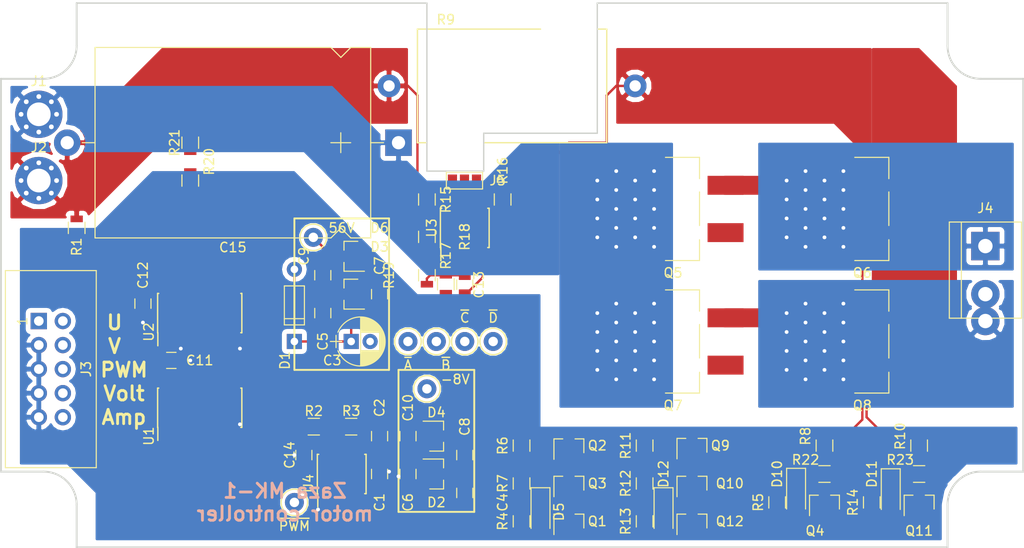
<source format=kicad_pcb>
(kicad_pcb (version 4) (host pcbnew 4.0.6)
  (title_block (title "Zaza MK-1 48V Brushed DC motor controller") (date 2017-10-08) (rev 0) (company "Alexandru Gagniuc"))
  (layers (0 F.Cu signal) (31 B.Cu signal) (34 B.Paste user) (35 F.Paste user) (36 B.SilkS user) (37 F.SilkS user) (38 B.Mask user) (39 F.Mask user) (44 Edge.Cuts user))
  (net 0 "")
  (net 1 "Net-(C1-Pad1)")
  (net 2 GND)
  (net 3 "Net-(C2-Pad1)")
  (net 4 "Net-(C3-Pad1)")
  (net 5 /PUMP_OSC)
  (net 6 "Net-(C4-Pad1)")
  (net 7 "Net-(C5-Pad1)")
  (net 8 +48V)
  (net 9 "Net-(C10-Pad2)")
  (net 10 HT)
  (net 11 "Net-(C8-Pad1)")
  (net 12 VEE)
  (net 13 "Net-(D5-Pad1)")
  (net 14 "Net-(D5-Pad2)")
  (net 15 "Net-(D10-Pad1)")
  (net 16 "Net-(D10-Pad2)")
  (net 17 "Net-(D11-Pad1)")
  (net 18 "Net-(D11-Pad2)")
  (net 19 "Net-(D12-Pad1)")
  (net 20 "Net-(D12-Pad2)")
  (net 21 GNDPWR)
  (net 22 +5V)
  (net 23 /U)
  (net 24 /V)
  (net 25 /EN)
  (net 26 /I_SENSE)
  (net 27 /M+)
  (net 28 /M-)
  (net 29 "Net-(J5-Pad2)")
  (net 30 "Net-(Q2-Pad2)")
  (net 31 "Net-(Q6-Pad3)")
  (net 32 "Net-(Q10-Pad2)")
  (net 33 "Net-(R2-Pad2)")
  (net 34 /~A)
  (net 35 /~B)
  (net 36 /~C)
  (net 37 /~D)
  (net 38 "Net-(R15-Pad2)")
  (net 39 "Net-(R16-Pad2)")
  (net 40 /~PWM)
  (net 41 /~V)
  (net 42 /~U)
  (net 43 "Net-(C7-Pad1)")
  (net 44 "Net-(U2-Pad3)")
  (net 45 "Net-(D6-Pad2)")
  (net 46 /V_SENSE)
  (net 47 "Net-(Q10-Pad1)")
  (net 48 "Net-(Q2-Pad1)")
  (module Resistors_THT:R_Axial_Power_L25.0mm_W6.4mm_P27.94mm (layer F.Cu) (at 95 140 180)
    (fp_text reference R9 (at 7 7 180) (layer F.SilkS))
    (fp_text value "10 mOhm")
    (pad 1 thru_hole circle (at -13 0 180) (size 2.4 2.4) (drill 1.2) (layers *.Cu *.Mask) (net 31 "Net-(Q6-Pad3)"))
    (pad 2 thru_hole oval (at 13 0 180) (size 2.4 2.4) (drill 1.2) (layers *.Cu *.Mask) (net 21 GNDPWR))
  )
  (module Connectors:bornier2 (layer F.Cu) (at 145 156.92 270)
    (fp_text reference J4 (at -4 0 360) (layer F.SilkS))
    (fp_text value CONN_02X01)
    (pad 1 thru_hole rect (at 0 0 270) (size 3 3) (drill 1.52) (layers *.Cu *.Mask) (net 27 /M+))
    (pad 2 thru_hole circle (at 5.08 0 270) (size 3 3) (drill 1.52) (layers *.Cu *.Mask) (net 28 /M-))
    (pad 2 thru_hole circle (at 7.92 0 270) (size 3 3) (drill 1.52) (layers *.Cu *.Mask) (net 28 /M-))
  )
  (module Housings_SOIC:SOIC-14_3.9x8.7mm_Pitch1.27mm (layer F.Cu) (at 62 164 90)
    (fp_text reference U2 (at -2 -5.375 90) (layer F.SilkS))
    (fp_text value 74HC00)
    (pad 1 smd rect (at -2.7 -3.81 90) (size 1.5 0.6) (layers F.Cu F.Paste F.Mask) (net 2 GND))
    (pad 2 smd rect (at -2.7 -2.54 90) (size 1.5 0.6) (layers F.Cu F.Paste F.Mask) (net 2 GND))
    (pad 3 smd rect (at -2.7 -1.27 90) (size 1.5 0.6) (layers F.Cu F.Paste F.Mask) (net 44 "Net-(U2-Pad3)"))
    (pad 4 smd rect (at -2.7 0 90) (size 1.5 0.6) (layers F.Cu F.Paste F.Mask) (net 23 /U))
    (pad 5 smd rect (at -2.7 1.27 90) (size 1.5 0.6) (layers F.Cu F.Paste F.Mask) (net 40 /~PWM))
    (pad 6 smd rect (at -2.7 2.54 90) (size 1.5 0.6) (layers F.Cu F.Paste F.Mask) (net 35 /~B))
    (pad 7 smd rect (at -2.7 3.81 90) (size 1.5 0.6) (layers F.Cu F.Paste F.Mask) (net 2 GND))
    (pad 8 smd rect (at 2.7 3.81 90) (size 1.5 0.6) (layers F.Cu F.Paste F.Mask) (net 34 /~A))
    (pad 9 smd rect (at 2.7 2.54 90) (size 1.5 0.6) (layers F.Cu F.Paste F.Mask) (net 40 /~PWM))
    (pad 10 smd rect (at 2.7 1.27 90) (size 1.5 0.6) (layers F.Cu F.Paste F.Mask) (net 42 /~U))
    (pad 11 smd rect (at 2.7 0 90) (size 1.5 0.6) (layers F.Cu F.Paste F.Mask) (net 42 /~U))
    (pad 12 smd rect (at 2.7 -1.27 90) (size 1.5 0.6) (layers F.Cu F.Paste F.Mask) (net 23 /U))
    (pad 13 smd rect (at 2.7 -2.54 90) (size 1.5 0.6) (layers F.Cu F.Paste F.Mask) (net 23 /U))
    (pad 14 smd rect (at 2.7 -3.81 90) (size 1.5 0.6) (layers F.Cu F.Paste F.Mask) (net 22 +5V))
  )
  (module Mounting_Holes:MountingHole_2.5mm_Pad_Via (layer F.Cu) (at 45 150)
    (fp_text reference J2 (at 0 -3.5) (layer F.SilkS))
    (fp_text value VIN)
    (pad 1 thru_hole circle (at 0 0) (size 5 5) (drill 2.5) (layers *.Cu *.Mask) (net 21 GNDPWR))
    (pad 1 thru_hole circle (at 1.875 0) (size 0.6 0.6) (drill 0.5) (layers *.Cu *.Mask) (net 21 GNDPWR))
    (pad 1 thru_hole circle (at 1.325825 1.325825) (size 0.6 0.6) (drill 0.5) (layers *.Cu *.Mask) (net 21 GNDPWR))
    (pad 1 thru_hole circle (at 0 1.875) (size 0.6 0.6) (drill 0.5) (layers *.Cu *.Mask) (net 21 GNDPWR))
    (pad 1 thru_hole circle (at -1.325825 1.325825) (size 0.6 0.6) (drill 0.5) (layers *.Cu *.Mask) (net 21 GNDPWR))
    (pad 1 thru_hole circle (at -1.875 0) (size 0.6 0.6) (drill 0.5) (layers *.Cu *.Mask) (net 21 GNDPWR))
    (pad 1 thru_hole circle (at -1.325825 -1.325825) (size 0.6 0.6) (drill 0.5) (layers *.Cu *.Mask) (net 21 GNDPWR))
    (pad 1 thru_hole circle (at 0 -1.875) (size 0.6 0.6) (drill 0.5) (layers *.Cu *.Mask) (net 21 GNDPWR))
    (pad 1 thru_hole circle (at 1.325825 -1.325825) (size 0.6 0.6) (drill 0.5) (layers *.Cu *.Mask) (net 21 GNDPWR))
  )
  (module Mounting_Holes:MountingHole_2.5mm_Pad_Via (layer F.Cu) (at 45 143)
    (fp_text reference J1 (at 0 -3.5) (layer F.SilkS))
    (fp_text value VIN)
    (pad 1 thru_hole circle (at 0 0) (size 5 5) (drill 2.5) (layers *.Cu *.Mask) (net 8 +48V))
    (pad 1 thru_hole circle (at 1.875 0) (size 0.6 0.6) (drill 0.5) (layers *.Cu *.Mask) (net 8 +48V))
    (pad 1 thru_hole circle (at 1.325825 1.325825) (size 0.6 0.6) (drill 0.5) (layers *.Cu *.Mask) (net 8 +48V))
    (pad 1 thru_hole circle (at 0 1.875) (size 0.6 0.6) (drill 0.5) (layers *.Cu *.Mask) (net 8 +48V))
    (pad 1 thru_hole circle (at -1.325825 1.325825) (size 0.6 0.6) (drill 0.5) (layers *.Cu *.Mask) (net 8 +48V))
    (pad 1 thru_hole circle (at -1.875 0) (size 0.6 0.6) (drill 0.5) (layers *.Cu *.Mask) (net 8 +48V))
    (pad 1 thru_hole circle (at -1.325825 -1.325825) (size 0.6 0.6) (drill 0.5) (layers *.Cu *.Mask) (net 8 +48V))
    (pad 1 thru_hole circle (at 0 -1.875) (size 0.6 0.6) (drill 0.5) (layers *.Cu *.Mask) (net 8 +48V))
    (pad 1 thru_hole circle (at 1.325825 -1.325825) (size 0.6 0.6) (drill 0.5) (layers *.Cu *.Mask) (net 8 +48V))
  )
  (module Capacitors_SMD:C_0805 (layer F.Cu) (at 81 181 90)
    (fp_text reference C1 (at -3 0 90) (layer F.SilkS))
    (fp_text value 100p)
    (pad 1 smd rect (at -1 0 90) (size 1 1.25) (layers F.Cu F.Paste F.Mask) (net 1 "Net-(C1-Pad1)"))
    (pad 2 smd rect (at 1 0 90) (size 1 1.25) (layers F.Cu F.Paste F.Mask) (net 2 GND))
  )
  (module Connectors:IDC_Header_Straight_10pins (layer F.Cu) (at 45 164.84 270)
    (fp_text reference J3 (at 5.08 -5 270) (layer F.SilkS))
    (fp_text value CONN_02X05)
    (fp_text user 1 (at 0.02 1.72 270) (layer F.SilkS) (effects (font (thickness 0.12))))
    (pad 1 thru_hole rect (at 0 0 270) (size 1.7272 1.7272) (drill 1.016) (layers *.Cu *.Mask) (net 22 +5V))
    (pad 2 thru_hole oval (at 0 -2.54 270) (size 1.7272 1.7272) (drill 1.016) (layers *.Cu *.Mask) (net 23 /U))
    (pad 3 thru_hole oval (at 2.54 0 270) (size 1.7272 1.7272) (drill 1.016) (layers *.Cu *.Mask) (net 2 GND))
    (pad 4 thru_hole oval (at 2.54 -2.54 270) (size 1.7272 1.7272) (drill 1.016) (layers *.Cu *.Mask) (net 24 /V))
    (pad 5 thru_hole oval (at 5.08 0 270) (size 1.7272 1.7272) (drill 1.016) (layers *.Cu *.Mask) (net 2 GND))
    (pad 6 thru_hole oval (at 5.08 -2.54 270) (size 1.7272 1.7272) (drill 1.016) (layers *.Cu *.Mask) (net 25 /EN))
    (pad 7 thru_hole oval (at 7.62 0 270) (size 1.7272 1.7272) (drill 1.016) (layers *.Cu *.Mask) (net 2 GND))
    (pad 8 thru_hole oval (at 7.62 -2.54 270) (size 1.7272 1.7272) (drill 1.016) (layers *.Cu *.Mask) (net 46 /V_SENSE))
    (pad 9 thru_hole oval (at 10.16 0 270) (size 1.7272 1.7272) (drill 1.016) (layers *.Cu *.Mask) (net 2 GND))
    (pad 10 thru_hole oval (at 10.16 -2.54 270) (size 1.7272 1.7272) (drill 1.016) (layers *.Cu *.Mask) (net 26 /I_SENSE))
  )
  (module Connectors:GS3 (layer F.Cu) (at 89.968519 150 90)
    (fp_text reference J5 (at 0 3.5 180) (layer F.SilkS))
    (fp_text value GS3)
    (pad 1 smd rect (at 0 -1.27 90) (size 1.27 0.97) (layers F.Cu F.Paste F.Mask) (net 2 GND))
    (pad 2 smd rect (at 0 0 90) (size 1.27 0.97) (layers F.Cu F.Paste F.Mask) (net 29 "Net-(J5-Pad2)"))
    (pad 3 smd rect (at 0 1.27 90) (size 1.27 0.97) (layers F.Cu F.Paste F.Mask) (net 12 VEE))
  )
  (module TO_SOT_Packages_SMD:SOT-23 (layer F.Cu) (at 101 186 90)
    (fp_text reference Q1 (at 0 3 180) (layer F.SilkS))
    (fp_text value BC337)
    (pad 1 smd rect (at -1 -0.95 90) (size 0.9 0.8) (layers F.Cu F.Paste F.Mask) (net 14 "Net-(D5-Pad2)"))
    (pad 2 smd rect (at -1 0.95 90) (size 0.9 0.8) (layers F.Cu F.Paste F.Mask) (net 2 GND))
    (pad 3 smd rect (at 1 0 90) (size 0.9 0.8) (layers F.Cu F.Paste F.Mask) (net 13 "Net-(D5-Pad1)"))
  )
  (module TO_SOT_Packages_SMD:SOT-23 (layer F.Cu) (at 101 178.05 90)
    (fp_text reference Q2 (at 0.05 3 180) (layer F.SilkS))
    (fp_text value BC337)
    (pad 1 smd rect (at -1 -0.95 90) (size 0.9 0.8) (layers F.Cu F.Paste F.Mask) (net 48 "Net-(Q2-Pad1)"))
    (pad 2 smd rect (at -1 0.95 90) (size 0.9 0.8) (layers F.Cu F.Paste F.Mask) (net 30 "Net-(Q2-Pad2)"))
    (pad 3 smd rect (at 1 0 90) (size 0.9 0.8) (layers F.Cu F.Paste F.Mask) (net 10 HT))
  )
  (module TO_SOT_Packages_SMD:SOT-23 (layer F.Cu) (at 101 182 90)
    (fp_text reference Q3 (at 0 3 180) (layer F.SilkS))
    (fp_text value BC327)
    (pad 1 smd rect (at -1 -0.95 90) (size 0.9 0.8) (layers F.Cu F.Paste F.Mask) (net 48 "Net-(Q2-Pad1)"))
    (pad 2 smd rect (at -1 0.95 90) (size 0.9 0.8) (layers F.Cu F.Paste F.Mask) (net 30 "Net-(Q2-Pad2)"))
    (pad 3 smd rect (at 1 0 90) (size 0.9 0.8) (layers F.Cu F.Paste F.Mask) (net 8 +48V))
  )
  (module TO_SOT_Packages_SMD:SOT-23 (layer F.Cu) (at 128 184 90)
    (fp_text reference Q4 (at -3 -1 180) (layer F.SilkS))
    (fp_text value BC337)
    (pad 1 smd rect (at -1 -0.95 90) (size 0.9 0.8) (layers F.Cu F.Paste F.Mask) (net 16 "Net-(D10-Pad2)"))
    (pad 2 smd rect (at -1 0.95 90) (size 0.9 0.8) (layers F.Cu F.Paste F.Mask) (net 2 GND))
    (pad 3 smd rect (at 1 0 90) (size 0.9 0.8) (layers F.Cu F.Paste F.Mask) (net 15 "Net-(D10-Pad1)"))
  )
  (module TO_SOT_Packages_SMD:SOT-404 (layer F.Cu) (at 112 153 180)
    (fp_text reference Q5 (at 0 -6.75 180) (layer F.SilkS))
    (fp_text value IXTA220)
    (pad 1 smd rect (at -5.55 -2.5 90) (size 2 3.8) (layers F.Cu F.Paste F.Mask) (net 30 "Net-(Q2-Pad2)"))
    (pad 3 smd rect (at -5.55 2.5 90) (size 2 3.8) (layers F.Cu F.Paste F.Mask) (net 27 /M+))
    (pad 2 smd rect (at 5.55 0 90) (size 11.5 9) (layers F.Cu F.Paste F.Mask) (net 8 +48V))
  )
  (module TO_SOT_Packages_SMD:SOT-404 (layer F.Cu) (at 132 153 180)
    (fp_text reference Q6 (at 0 -6.75 180) (layer F.SilkS))
    (fp_text value IXTA220)
    (pad 1 smd rect (at -5.55 -2.5 90) (size 2 3.8) (layers F.Cu F.Paste F.Mask) (net 15 "Net-(D10-Pad1)"))
    (pad 3 smd rect (at -5.55 2.5 90) (size 2 3.8) (layers F.Cu F.Paste F.Mask) (net 31 "Net-(Q6-Pad3)"))
    (pad 2 smd rect (at 5.55 0 90) (size 11.5 9) (layers F.Cu F.Paste F.Mask) (net 27 /M+))
  )
  (module TO_SOT_Packages_SMD:SOT-404 (layer F.Cu) (at 112 167 180)
    (fp_text reference Q7 (at 0 -6.75 180) (layer F.SilkS))
    (fp_text value IXTA220)
    (pad 1 smd rect (at -5.55 -2.5 90) (size 2 3.8) (layers F.Cu F.Paste F.Mask) (net 32 "Net-(Q10-Pad2)"))
    (pad 3 smd rect (at -5.55 2.5 90) (size 2 3.8) (layers F.Cu F.Paste F.Mask) (net 28 /M-))
    (pad 2 smd rect (at 5.55 0 90) (size 11.5 9) (layers F.Cu F.Paste F.Mask) (net 8 +48V))
  )
  (module TO_SOT_Packages_SMD:SOT-404 (layer F.Cu) (at 132 167 180)
    (fp_text reference Q8 (at 0 -6.75 180) (layer F.SilkS))
    (fp_text value IXTA220)
    (pad 1 smd rect (at -5.55 -2.5 90) (size 2 3.8) (layers F.Cu F.Paste F.Mask) (net 17 "Net-(D11-Pad1)"))
    (pad 3 smd rect (at -5.55 2.5 90) (size 2 3.8) (layers F.Cu F.Paste F.Mask) (net 31 "Net-(Q6-Pad3)"))
    (pad 2 smd rect (at 5.55 0 90) (size 11.5 9) (layers F.Cu F.Paste F.Mask) (net 28 /M-))
  )
  (module TO_SOT_Packages_SMD:SOT-23 (layer F.Cu) (at 114 178 90)
    (fp_text reference Q9 (at 0 3 180) (layer F.SilkS))
    (fp_text value BC337)
    (pad 1 smd rect (at -1 -0.95 90) (size 0.9 0.8) (layers F.Cu F.Paste F.Mask) (net 47 "Net-(Q10-Pad1)"))
    (pad 2 smd rect (at -1 0.95 90) (size 0.9 0.8) (layers F.Cu F.Paste F.Mask) (net 32 "Net-(Q10-Pad2)"))
    (pad 3 smd rect (at 1 0 90) (size 0.9 0.8) (layers F.Cu F.Paste F.Mask) (net 10 HT))
  )
  (module TO_SOT_Packages_SMD:SOT-23 (layer F.Cu) (at 114 182 90)
    (fp_text reference Q10 (at 0 4 180) (layer F.SilkS))
    (fp_text value BC327)
    (pad 1 smd rect (at -1 -0.95 90) (size 0.9 0.8) (layers F.Cu F.Paste F.Mask) (net 47 "Net-(Q10-Pad1)"))
    (pad 2 smd rect (at -1 0.95 90) (size 0.9 0.8) (layers F.Cu F.Paste F.Mask) (net 32 "Net-(Q10-Pad2)"))
    (pad 3 smd rect (at 1 0 90) (size 0.9 0.8) (layers F.Cu F.Paste F.Mask) (net 8 +48V))
  )
  (module TO_SOT_Packages_SMD:SOT-23 (layer F.Cu) (at 138 184 90)
    (fp_text reference Q11 (at -3 0 180) (layer F.SilkS))
    (fp_text value BC337)
    (pad 1 smd rect (at -1 -0.95 90) (size 0.9 0.8) (layers F.Cu F.Paste F.Mask) (net 18 "Net-(D11-Pad2)"))
    (pad 2 smd rect (at -1 0.95 90) (size 0.9 0.8) (layers F.Cu F.Paste F.Mask) (net 2 GND))
    (pad 3 smd rect (at 1 0 90) (size 0.9 0.8) (layers F.Cu F.Paste F.Mask) (net 17 "Net-(D11-Pad1)"))
  )
  (module TO_SOT_Packages_SMD:SOT-23 (layer F.Cu) (at 114 186 90)
    (fp_text reference Q12 (at 0 4 180) (layer F.SilkS))
    (fp_text value BC337)
    (pad 1 smd rect (at -1 -0.95 90) (size 0.9 0.8) (layers F.Cu F.Paste F.Mask) (net 20 "Net-(D12-Pad2)"))
    (pad 2 smd rect (at -1 0.95 90) (size 0.9 0.8) (layers F.Cu F.Paste F.Mask) (net 2 GND))
    (pad 3 smd rect (at 1 0 90) (size 0.9 0.8) (layers F.Cu F.Paste F.Mask) (net 19 "Net-(D12-Pad1)"))
  )
  (module Resistors_SMD:R_0805 (layer F.Cu) (at 49 155 90)
    (fp_text reference R1 (at -2 0 90) (layer F.SilkS))
    (fp_text value 0R)
    (pad 1 smd rect (at -0.95 0 90) (size 0.7 1.3) (layers F.Cu F.Paste F.Mask) (net 2 GND))
    (pad 2 smd rect (at 0.95 0 90) (size 0.7 1.3) (layers F.Cu F.Paste F.Mask) (net 21 GNDPWR))
  )
  (module Resistors_SMD:R_0805 (layer F.Cu) (at 74.05 176)
    (fp_text reference R2 (at 0 -1.65) (layer F.SilkS))
    (fp_text value 10k)
    (pad 1 smd rect (at -0.95 0) (size 0.7 1.3) (layers F.Cu F.Paste F.Mask) (net 22 +5V))
    (pad 2 smd rect (at 0.95 0) (size 0.7 1.3) (layers F.Cu F.Paste F.Mask) (net 33 "Net-(R2-Pad2)"))
  )
  (module Resistors_SMD:R_0805 (layer F.Cu) (at 78 176)
    (fp_text reference R3 (at 0 -1.65) (layer F.SilkS))
    (fp_text value 47k)
    (pad 1 smd rect (at -0.95 0) (size 0.7 1.3) (layers F.Cu F.Paste F.Mask) (net 33 "Net-(R2-Pad2)"))
    (pad 2 smd rect (at 0.95 0) (size 0.7 1.3) (layers F.Cu F.Paste F.Mask) (net 3 "Net-(C2-Pad1)"))
  )
  (module Resistors_SMD:R_0805 (layer F.Cu) (at 96 186 270)
    (fp_text reference R4 (at 0 2 270) (layer F.SilkS))
    (fp_text value 10k)
    (pad 1 smd rect (at -0.95 0 270) (size 0.7 1.3) (layers F.Cu F.Paste F.Mask) (net 34 /~A))
    (pad 2 smd rect (at 0.95 0 270) (size 0.7 1.3) (layers F.Cu F.Paste F.Mask) (net 14 "Net-(D5-Pad2)"))
  )
  (module Resistors_SMD:R_0805 (layer F.Cu) (at 123 184 270)
    (fp_text reference R5 (at 0 2 270) (layer F.SilkS))
    (fp_text value 10k)
    (pad 1 smd rect (at -0.95 0 270) (size 0.7 1.3) (layers F.Cu F.Paste F.Mask) (net 35 /~B))
    (pad 2 smd rect (at 0.95 0 270) (size 0.7 1.3) (layers F.Cu F.Paste F.Mask) (net 16 "Net-(D10-Pad2)"))
  )
  (module Resistors_SMD:R_0805 (layer F.Cu) (at 96 178 270)
    (fp_text reference R6 (at 0 2 270) (layer F.SilkS))
    (fp_text value 10k)
    (pad 1 smd rect (at -0.95 0 270) (size 0.7 1.3) (layers F.Cu F.Paste F.Mask) (net 10 HT))
    (pad 2 smd rect (at 0.95 0 270) (size 0.7 1.3) (layers F.Cu F.Paste F.Mask) (net 48 "Net-(Q2-Pad1)"))
  )
  (module Resistors_SMD:R_0805 (layer F.Cu) (at 96 182 270)
    (fp_text reference R7 (at 0 2 270) (layer F.SilkS))
    (fp_text value 50k)
    (pad 1 smd rect (at -0.95 0 270) (size 0.7 1.3) (layers F.Cu F.Paste F.Mask) (net 48 "Net-(Q2-Pad1)"))
    (pad 2 smd rect (at 0.95 0 270) (size 0.7 1.3) (layers F.Cu F.Paste F.Mask) (net 13 "Net-(D5-Pad1)"))
  )
  (module Resistors_SMD:R_0805 (layer F.Cu) (at 128 178 270)
    (fp_text reference R8 (at -1 2 270) (layer F.SilkS))
    (fp_text value 10k)
    (pad 1 smd rect (at -0.95 0 270) (size 0.7 1.3) (layers F.Cu F.Paste F.Mask) (net 8 +48V))
    (pad 2 smd rect (at 0.95 0 270) (size 0.7 1.3) (layers F.Cu F.Paste F.Mask) (net 15 "Net-(D10-Pad1)"))
  )
  (module Resistors_SMD:R_0805 (layer F.Cu) (at 138 178 270)
    (fp_text reference R10 (at -1 2 270) (layer F.SilkS))
    (fp_text value 10k)
    (pad 1 smd rect (at -0.95 0 270) (size 0.7 1.3) (layers F.Cu F.Paste F.Mask) (net 8 +48V))
    (pad 2 smd rect (at 0.95 0 270) (size 0.7 1.3) (layers F.Cu F.Paste F.Mask) (net 17 "Net-(D11-Pad1)"))
  )
  (module Resistors_SMD:R_0805 (layer F.Cu) (at 109 178 270)
    (fp_text reference R11 (at 0 2 270) (layer F.SilkS))
    (fp_text value 10k)
    (pad 1 smd rect (at -0.95 0 270) (size 0.7 1.3) (layers F.Cu F.Paste F.Mask) (net 10 HT))
    (pad 2 smd rect (at 0.95 0 270) (size 0.7 1.3) (layers F.Cu F.Paste F.Mask) (net 47 "Net-(Q10-Pad1)"))
  )
  (module Resistors_SMD:R_0805 (layer F.Cu) (at 109 182 270)
    (fp_text reference R12 (at 0 2 270) (layer F.SilkS))
    (fp_text value 50k)
    (pad 1 smd rect (at -0.95 0 270) (size 0.7 1.3) (layers F.Cu F.Paste F.Mask) (net 47 "Net-(Q10-Pad1)"))
    (pad 2 smd rect (at 0.95 0 270) (size 0.7 1.3) (layers F.Cu F.Paste F.Mask) (net 19 "Net-(D12-Pad1)"))
  )
  (module Resistors_SMD:R_0805 (layer F.Cu) (at 109 186 270)
    (fp_text reference R13 (at 0 2 270) (layer F.SilkS))
    (fp_text value 10k)
    (pad 1 smd rect (at -0.95 0 270) (size 0.7 1.3) (layers F.Cu F.Paste F.Mask) (net 36 /~C))
    (pad 2 smd rect (at 0.95 0 270) (size 0.7 1.3) (layers F.Cu F.Paste F.Mask) (net 20 "Net-(D12-Pad2)"))
  )
  (module Resistors_SMD:R_0805 (layer F.Cu) (at 133 184 270)
    (fp_text reference R14 (at 0 2 270) (layer F.SilkS))
    (fp_text value 10k)
    (pad 1 smd rect (at -0.95 0 270) (size 0.7 1.3) (layers F.Cu F.Paste F.Mask) (net 37 /~D))
    (pad 2 smd rect (at 0.95 0 270) (size 0.7 1.3) (layers F.Cu F.Paste F.Mask) (net 18 "Net-(D11-Pad2)"))
  )
  (module Resistors_SMD:R_0805 (layer F.Cu) (at 86 152 270)
    (fp_text reference R15 (at 0 -2 270) (layer F.SilkS))
    (fp_text value 3.3k)
    (pad 1 smd rect (at -0.95 0 270) (size 0.7 1.3) (layers F.Cu F.Paste F.Mask) (net 21 GNDPWR))
    (pad 2 smd rect (at 0.95 0 270) (size 0.7 1.3) (layers F.Cu F.Paste F.Mask) (net 38 "Net-(R15-Pad2)"))
  )
  (module Resistors_SMD:R_0805 (layer F.Cu) (at 94 152 270)
    (fp_text reference R16 (at -3.05 0 270) (layer F.SilkS))
    (fp_text value 3.3k)
    (pad 1 smd rect (at -0.95 0 270) (size 0.7 1.3) (layers F.Cu F.Paste F.Mask) (net 31 "Net-(Q6-Pad3)"))
    (pad 2 smd rect (at 0.95 0 270) (size 0.7 1.3) (layers F.Cu F.Paste F.Mask) (net 39 "Net-(R16-Pad2)"))
  )
  (module Resistors_SMD:R_0805 (layer F.Cu) (at 88 160.95 90)
    (fp_text reference R17 (at 3 0 90) (layer F.SilkS))
    (fp_text value 100k)
    (pad 1 smd rect (at -0.95 0 90) (size 0.7 1.3) (layers F.Cu F.Paste F.Mask) (net 39 "Net-(R16-Pad2)"))
    (pad 2 smd rect (at 0.95 0 90) (size 0.7 1.3) (layers F.Cu F.Paste F.Mask) (net 2 GND))
  )
  (module Resistors_SMD:R_0805 (layer F.Cu) (at 86 155.95 270)
    (fp_text reference R18 (at 0 -4 270) (layer F.SilkS))
    (fp_text value 100k)
    (pad 1 smd rect (at -0.95 0 270) (size 0.7 1.3) (layers F.Cu F.Paste F.Mask) (net 38 "Net-(R15-Pad2)"))
    (pad 2 smd rect (at 0.95 0 270) (size 0.7 1.3) (layers F.Cu F.Paste F.Mask) (net 26 /I_SENSE))
  )
  (module Resistors_SMD:R_0805 (layer F.Cu) (at 86 160 270)
    (fp_text reference R19 (at 0 4 270) (layer F.SilkS))
    (fp_text value 3.3k)
    (pad 1 smd rect (at -0.95 0 270) (size 0.7 1.3) (layers F.Cu F.Paste F.Mask) (net 26 /I_SENSE))
    (pad 2 smd rect (at 0.95 0 270) (size 0.7 1.3) (layers F.Cu F.Paste F.Mask) (net 2 GND))
  )
  (module Resistors_SMD:R_0805 (layer F.Cu) (at 61 150 90)
    (fp_text reference R20 (at 2 2 90) (layer F.SilkS))
    (fp_text value 10k)
    (pad 1 smd rect (at -0.95 0 90) (size 0.7 1.3) (layers F.Cu F.Paste F.Mask) (net 2 GND))
    (pad 2 smd rect (at 0.95 0 90) (size 0.7 1.3) (layers F.Cu F.Paste F.Mask) (net 46 /V_SENSE))
  )
  (module Resistors_SMD:R_0805 (layer F.Cu) (at 61 146 90)
    (fp_text reference R21 (at 0 -1.65 90) (layer F.SilkS))
    (fp_text value 180k)
    (pad 1 smd rect (at -0.95 0 90) (size 0.7 1.3) (layers F.Cu F.Paste F.Mask) (net 46 /V_SENSE))
    (pad 2 smd rect (at 0.95 0 90) (size 0.7 1.3) (layers F.Cu F.Paste F.Mask) (net 8 +48V))
  )
  (module Housings_SOIC:SOIC-14_3.9x8.7mm_Pitch1.27mm (layer F.Cu) (at 62 174 90)
    (fp_text reference U1 (at -3 -5.375 90) (layer F.SilkS))
    (fp_text value 74HC00)
    (pad 1 smd rect (at -2.7 -3.81 90) (size 1.5 0.6) (layers F.Cu F.Paste F.Mask) (net 25 /EN))
    (pad 2 smd rect (at -2.7 -2.54 90) (size 1.5 0.6) (layers F.Cu F.Paste F.Mask) (net 25 /EN))
    (pad 3 smd rect (at -2.7 -1.27 90) (size 1.5 0.6) (layers F.Cu F.Paste F.Mask) (net 40 /~PWM))
    (pad 4 smd rect (at -2.7 0 90) (size 1.5 0.6) (layers F.Cu F.Paste F.Mask) (net 24 /V))
    (pad 5 smd rect (at -2.7 1.27 90) (size 1.5 0.6) (layers F.Cu F.Paste F.Mask) (net 40 /~PWM))
    (pad 6 smd rect (at -2.7 2.54 90) (size 1.5 0.6) (layers F.Cu F.Paste F.Mask) (net 37 /~D))
    (pad 7 smd rect (at -2.7 3.81 90) (size 1.5 0.6) (layers F.Cu F.Paste F.Mask) (net 2 GND))
    (pad 8 smd rect (at 2.7 3.81 90) (size 1.5 0.6) (layers F.Cu F.Paste F.Mask) (net 36 /~C))
    (pad 9 smd rect (at 2.7 2.54 90) (size 1.5 0.6) (layers F.Cu F.Paste F.Mask) (net 40 /~PWM))
    (pad 10 smd rect (at 2.7 1.27 90) (size 1.5 0.6) (layers F.Cu F.Paste F.Mask) (net 41 /~V))
    (pad 11 smd rect (at 2.7 0 90) (size 1.5 0.6) (layers F.Cu F.Paste F.Mask) (net 41 /~V))
    (pad 12 smd rect (at 2.7 -1.27 90) (size 1.5 0.6) (layers F.Cu F.Paste F.Mask) (net 24 /V))
    (pad 13 smd rect (at 2.7 -2.54 90) (size 1.5 0.6) (layers F.Cu F.Paste F.Mask) (net 24 /V))
    (pad 14 smd rect (at 2.7 -3.81 90) (size 1.5 0.6) (layers F.Cu F.Paste F.Mask) (net 22 +5V))
  )
  (module Housings_SOIC:SOIC-8_3.9x4.9mm_Pitch1.27mm (layer F.Cu) (at 90 155 90)
    (fp_text reference U3 (at 0 -3.5 90) (layer F.SilkS))
    (fp_text value LM358)
    (pad 1 smd rect (at -2.7 -1.905 90) (size 1.55 0.6) (layers F.Cu F.Paste F.Mask) (net 26 /I_SENSE))
    (pad 2 smd rect (at -2.7 -0.635 90) (size 1.55 0.6) (layers F.Cu F.Paste F.Mask) (net 38 "Net-(R15-Pad2)"))
    (pad 3 smd rect (at -2.7 0.635 90) (size 1.55 0.6) (layers F.Cu F.Paste F.Mask) (net 39 "Net-(R16-Pad2)"))
    (pad 4 smd rect (at -2.7 1.905 90) (size 1.55 0.6) (layers F.Cu F.Paste F.Mask) (net 22 +5V))
    (pad 5 smd rect (at 2.7 1.905 90) (size 1.55 0.6) (layers F.Cu F.Paste F.Mask))
    (pad 6 smd rect (at 2.7 0.635 90) (size 1.55 0.6) (layers F.Cu F.Paste F.Mask))
    (pad 7 smd rect (at 2.7 -0.635 90) (size 1.55 0.6) (layers F.Cu F.Paste F.Mask))
    (pad 8 smd rect (at 2.7 -1.905 90) (size 1.55 0.6) (layers F.Cu F.Paste F.Mask) (net 29 "Net-(J5-Pad2)"))
  )
  (module Housings_SOIC:SOIC-8_3.9x4.9mm_Pitch1.27mm (layer F.Cu) (at 77 181 90)
    (fp_text reference U4 (at -1 -3.5 90) (layer F.SilkS))
    (fp_text value LM555N)
    (pad 1 smd rect (at -2.7 -1.905 90) (size 1.55 0.6) (layers F.Cu F.Paste F.Mask) (net 2 GND))
    (pad 2 smd rect (at -2.7 -0.635 90) (size 1.55 0.6) (layers F.Cu F.Paste F.Mask) (net 3 "Net-(C2-Pad1)"))
    (pad 3 smd rect (at -2.7 0.635 90) (size 1.55 0.6) (layers F.Cu F.Paste F.Mask) (net 5 /PUMP_OSC))
    (pad 4 smd rect (at -2.7 1.905 90) (size 1.55 0.6) (layers F.Cu F.Paste F.Mask) (net 22 +5V))
    (pad 5 smd rect (at 2.7 1.905 90) (size 1.55 0.6) (layers F.Cu F.Paste F.Mask) (net 1 "Net-(C1-Pad1)"))
    (pad 6 smd rect (at 2.7 0.635 90) (size 1.55 0.6) (layers F.Cu F.Paste F.Mask) (net 3 "Net-(C2-Pad1)"))
    (pad 7 smd rect (at 2.7 -0.635 90) (size 1.55 0.6) (layers F.Cu F.Paste F.Mask) (net 33 "Net-(R2-Pad2)"))
    (pad 8 smd rect (at 2.7 -1.905 90) (size 1.55 0.6) (layers F.Cu F.Paste F.Mask) (net 22 +5V))
  )
  (module Measurement_Points:Test_Point_Keystone_5000-5004_Miniature (layer F.Cu) (at 72 184)
    (fp_text reference TP1 hide)
    (fp_text value ~PWM (at 0 2.5) (layer F.SilkS))
    (pad 1 thru_hole circle (at 0 0) (size 2 2) (drill 1) (layers *.Cu *.Mask) (net 40 /~PWM))
  )
  (module TO_SOT_Packages_SMD:SOT-23 (layer F.Cu) (at 87 181)
    (fp_text reference D2 (at 0 3) (layer F.SilkS))
    (fp_text value BAR43)
    (pad 1 smd rect (at -1 -0.95) (size 0.9 0.8) (layers F.Cu F.Paste F.Mask) (net 9 "Net-(C10-Pad2)"))
    (pad 2 smd rect (at -1 0.95) (size 0.9 0.8) (layers F.Cu F.Paste F.Mask) (net 2 GND))
    (pad 3 smd rect (at 1 0) (size 0.9 0.8) (layers F.Cu F.Paste F.Mask) (net 6 "Net-(C4-Pad1)"))
  )
  (module TO_SOT_Packages_SMD:SOT-23 (layer F.Cu) (at 87 177)
    (fp_text reference D4 (at 0 -2.5) (layer F.SilkS))
    (fp_text value BAR43)
    (pad 1 smd rect (at -1 -0.95) (size 0.9 0.8) (layers F.Cu F.Paste F.Mask) (net 12 VEE))
    (pad 2 smd rect (at -1 0.95) (size 0.9 0.8) (layers F.Cu F.Paste F.Mask) (net 9 "Net-(C10-Pad2)"))
    (pad 3 smd rect (at 1 0) (size 0.9 0.8) (layers F.Cu F.Paste F.Mask) (net 11 "Net-(C8-Pad1)"))
  )
  (module Capacitors_SMD:C_0805 (layer F.Cu) (at 81 177 270)
    (fp_text reference C2 (at -3 0 270) (layer F.SilkS))
    (fp_text value 1nF)
    (pad 1 smd rect (at -1 0 270) (size 1 1.25) (layers F.Cu F.Paste F.Mask) (net 3 "Net-(C2-Pad1)"))
    (pad 2 smd rect (at 1 0 270) (size 1 1.25) (layers F.Cu F.Paste F.Mask) (net 2 GND))
  )
  (module Capacitors_SMD:C_0805 (layer F.Cu) (at 90 183 270)
    (fp_text reference C4 (at 1 -4 270) (layer F.SilkS))
    (fp_text value 1uF)
    (pad 1 smd rect (at -1 0 270) (size 1 1.25) (layers F.Cu F.Paste F.Mask) (net 6 "Net-(C4-Pad1)"))
    (pad 2 smd rect (at 1 0 270) (size 1 1.25) (layers F.Cu F.Paste F.Mask) (net 5 /PUMP_OSC))
  )
  (module Capacitors_SMD:C_0805 (layer F.Cu) (at 75 164 270)
    (fp_text reference C5 (at 3 0 270) (layer F.SilkS))
    (fp_text value 1uF)
    (pad 1 smd rect (at -1 0 270) (size 1 1.25) (layers F.Cu F.Paste F.Mask) (net 7 "Net-(C5-Pad1)"))
    (pad 2 smd rect (at 1 0 270) (size 1 1.25) (layers F.Cu F.Paste F.Mask) (net 8 +48V))
  )
  (module Capacitors_SMD:C_0805 (layer F.Cu) (at 84 181 270)
    (fp_text reference C6 (at 3 0 270) (layer F.SilkS))
    (fp_text value 1uF)
    (pad 1 smd rect (at -1 0 270) (size 1 1.25) (layers F.Cu F.Paste F.Mask) (net 9 "Net-(C10-Pad2)"))
    (pad 2 smd rect (at 1 0 270) (size 1 1.25) (layers F.Cu F.Paste F.Mask) (net 2 GND))
  )
  (module Capacitors_SMD:C_0805 (layer F.Cu) (at 81 162 270)
    (fp_text reference C7 (at -3 0 270) (layer F.SilkS))
    (fp_text value 1uF)
    (pad 1 smd rect (at -1 0 270) (size 1 1.25) (layers F.Cu F.Paste F.Mask) (net 43 "Net-(C7-Pad1)"))
    (pad 2 smd rect (at 1 0 270) (size 1 1.25) (layers F.Cu F.Paste F.Mask) (net 4 "Net-(C3-Pad1)"))
  )
  (module Capacitors_SMD:C_0805 (layer F.Cu) (at 90 179 270)
    (fp_text reference C8 (at -3 0 270) (layer F.SilkS))
    (fp_text value 1uF)
    (pad 1 smd rect (at -1 0 270) (size 1 1.25) (layers F.Cu F.Paste F.Mask) (net 11 "Net-(C8-Pad1)"))
    (pad 2 smd rect (at 1 0 270) (size 1 1.25) (layers F.Cu F.Paste F.Mask) (net 6 "Net-(C4-Pad1)"))
  )
  (module Capacitors_SMD:C_0805 (layer F.Cu) (at 75 160 270)
    (fp_text reference C9 (at -2 2 270) (layer F.SilkS))
    (fp_text value 1uF)
    (pad 1 smd rect (at -1 0 270) (size 1 1.25) (layers F.Cu F.Paste F.Mask) (net 10 HT))
    (pad 2 smd rect (at 1 0 270) (size 1 1.25) (layers F.Cu F.Paste F.Mask) (net 7 "Net-(C5-Pad1)"))
  )
  (module Capacitors_SMD:C_0805 (layer F.Cu) (at 84 177 270)
    (fp_text reference C10 (at -3 0 270) (layer F.SilkS))
    (fp_text value 1uF)
    (pad 1 smd rect (at -1 0 270) (size 1 1.25) (layers F.Cu F.Paste F.Mask) (net 12 VEE))
    (pad 2 smd rect (at 1 0 270) (size 1 1.25) (layers F.Cu F.Paste F.Mask) (net 9 "Net-(C10-Pad2)"))
  )
  (module Diodes_THT:D_DO-35_SOD27_P7.62mm_Horizontal (layer F.Cu) (at 72 167 90)
    (fp_text reference D1 (at -2 -1 90) (layer F.SilkS))
    (fp_text value 1N5711)
    (pad 1 thru_hole rect (at 0 0 90) (size 1.6 1.6) (drill 0.8) (layers *.Cu *.Mask) (net 4 "Net-(C3-Pad1)"))
    (pad 2 thru_hole oval (at 7.62 0 90) (size 1.6 1.6) (drill 0.8) (layers *.Cu *.Mask) (net 8 +48V))
  )
  (module Capacitors_THT:CP_Radial_D5.0mm_P2.00mm (layer F.Cu) (at 78 167)
    (fp_text reference C3 (at -2 2) (layer F.SilkS))
    (fp_text value "1uF 100V")
    (pad 1 thru_hole rect (at 0 0) (size 1.6 1.6) (drill 0.8) (layers *.Cu *.Mask) (net 4 "Net-(C3-Pad1)"))
    (pad 2 thru_hole circle (at 2 0) (size 1.6 1.6) (drill 0.8) (layers *.Cu *.Mask) (net 5 /PUMP_OSC))
  )
  (module TO_SOT_Packages_SMD:SOT-23 (layer F.Cu) (at 78 162 180)
    (fp_text reference D3 (at -3 5 180) (layer F.SilkS))
    (fp_text value BAR43)
    (pad 1 smd rect (at -1 -0.95 180) (size 0.9 0.8) (layers F.Cu F.Paste F.Mask) (net 4 "Net-(C3-Pad1)"))
    (pad 2 smd rect (at -1 0.95 180) (size 0.9 0.8) (layers F.Cu F.Paste F.Mask) (net 43 "Net-(C7-Pad1)"))
    (pad 3 smd rect (at 1 0 180) (size 0.9 0.8) (layers F.Cu F.Paste F.Mask) (net 7 "Net-(C5-Pad1)"))
  )
  (module TO_SOT_Packages_SMD:SOT-23 (layer F.Cu) (at 78 158 180)
    (fp_text reference D6 (at -3 3 180) (layer F.SilkS))
    (fp_text value BAR43)
    (pad 1 smd rect (at -1 -0.95 180) (size 0.9 0.8) (layers F.Cu F.Paste F.Mask) (net 43 "Net-(C7-Pad1)"))
    (pad 2 smd rect (at -1 0.95 180) (size 0.9 0.8) (layers F.Cu F.Paste F.Mask) (net 45 "Net-(D6-Pad2)"))
    (pad 3 smd rect (at 1 0 180) (size 0.9 0.8) (layers F.Cu F.Paste F.Mask) (net 10 HT))
  )
  (module Measurement_Points:Test_Point_Keystone_5000-5004_Miniature (layer F.Cu) (at 86.000001 171.999999 90)
    (fp_text reference TP2 hide)
    (fp_text value -8V (at 0.999999 2.999999 180) (layer F.SilkS))
    (pad 1 thru_hole circle (at 0 0 90) (size 2 2) (drill 1) (layers *.Cu *.Mask) (net 12 VEE))
  )
  (module Measurement_Points:Test_Point_Keystone_5000-5004_Miniature (layer F.Cu) (at 74 156 90)
    (fp_text reference TP3 hide)
    (fp_text value 56V (at 1 3 180) (layer F.SilkS))
    (pad 1 thru_hole circle (at 0 0 90) (size 2 2) (drill 1) (layers *.Cu *.Mask) (net 10 HT))
  )
  (module Measurement_Points:Test_Point_Keystone_5000-5004_Miniature (layer F.Cu) (at 84 167)
    (fp_text reference TP4 hide)
    (fp_text value ~A (at 0 2.5) (layer F.SilkS))
    (pad 1 thru_hole circle (at 0 0) (size 2 2) (drill 1) (layers *.Cu *.Mask) (net 34 /~A))
  )
  (module Measurement_Points:Test_Point_Keystone_5000-5004_Miniature (layer F.Cu) (at 87 167)
    (fp_text reference TP5 hide)
    (fp_text value ~B (at 1 2.5) (layer F.SilkS))
    (pad 1 thru_hole circle (at 0 0) (size 2 2) (drill 1) (layers *.Cu *.Mask) (net 35 /~B))
  )
  (module Measurement_Points:Test_Point_Keystone_5000-5004_Miniature (layer F.Cu) (at 93 167 180)
    (fp_text reference TP6 hide)
    (fp_text value ~D (at 0 2.5 180) (layer F.SilkS))
    (pad 1 thru_hole circle (at 0 0 180) (size 2 2) (drill 1) (layers *.Cu *.Mask) (net 37 /~D))
  )
  (module Measurement_Points:Test_Point_Keystone_5000-5004_Miniature (layer F.Cu) (at 90 167 180)
    (fp_text reference TP7 hide)
    (fp_text value ~C (at 0 2.5 180) (layer F.SilkS))
    (pad 1 thru_hole circle (at 0 0 180) (size 2 2) (drill 1) (layers *.Cu *.Mask) (net 36 /~C))
  )
  (module Diodes_SMD:D_MiniMELF_Standard (layer F.Cu) (at 98 185 270)
    (fp_text reference D5 (at 0 -1.95 270) (layer F.SilkS))
    (fp_text value BAT5H17)
    (pad 1 smd rect (at -1.75 0 270) (size 1.3 1.7) (layers F.Cu F.Paste F.Mask) (net 13 "Net-(D5-Pad1)"))
    (pad 2 smd rect (at 1.75 0 270) (size 1.3 1.7) (layers F.Cu F.Paste F.Mask) (net 14 "Net-(D5-Pad2)"))
  )
  (module Diodes_SMD:D_MiniMELF_Standard (layer F.Cu) (at 125 182.95 270)
    (fp_text reference D10 (at -1.95 2 270) (layer F.SilkS))
    (fp_text value BAT5H17)
    (pad 1 smd rect (at -1.75 0 270) (size 1.3 1.7) (layers F.Cu F.Paste F.Mask) (net 15 "Net-(D10-Pad1)"))
    (pad 2 smd rect (at 1.75 0 270) (size 1.3 1.7) (layers F.Cu F.Paste F.Mask) (net 16 "Net-(D10-Pad2)"))
  )
  (module Diodes_SMD:D_MiniMELF_Standard (layer F.Cu) (at 135 183 270)
    (fp_text reference D11 (at -2 2 270) (layer F.SilkS))
    (fp_text value BAT5H17)
    (pad 1 smd rect (at -1.75 0 270) (size 1.3 1.7) (layers F.Cu F.Paste F.Mask) (net 17 "Net-(D11-Pad1)"))
    (pad 2 smd rect (at 1.75 0 270) (size 1.3 1.7) (layers F.Cu F.Paste F.Mask) (net 18 "Net-(D11-Pad2)"))
  )
  (module Diodes_SMD:D_MiniMELF_Standard (layer F.Cu) (at 111 185 270)
    (fp_text reference D12 (at -4 0 270) (layer F.SilkS))
    (fp_text value BAT5H17)
    (pad 1 smd rect (at -1.75 0 270) (size 1.3 1.7) (layers F.Cu F.Paste F.Mask) (net 19 "Net-(D12-Pad1)"))
    (pad 2 smd rect (at 1.75 0 270) (size 1.3 1.7) (layers F.Cu F.Paste F.Mask) (net 20 "Net-(D12-Pad2)"))
  )
  (module Resistors_SMD:R_0805 (layer F.Cu) (at 128 181)
    (fp_text reference R22 (at -2 -1.5) (layer F.SilkS))
    (fp_text value 3.3k)
    (pad 1 smd rect (at -0.95 0) (size 0.7 1.3) (layers F.Cu F.Paste F.Mask) (net 15 "Net-(D10-Pad1)"))
    (pad 2 smd rect (at 0.95 0) (size 0.7 1.3) (layers F.Cu F.Paste F.Mask) (net 2 GND))
  )
  (module Resistors_SMD:R_0805 (layer F.Cu) (at 138 181)
    (fp_text reference R23 (at -2 -1.5) (layer F.SilkS))
    (fp_text value 3.3k)
    (pad 1 smd rect (at -0.95 0) (size 0.7 1.3) (layers F.Cu F.Paste F.Mask) (net 17 "Net-(D11-Pad1)"))
    (pad 2 smd rect (at 0.95 0) (size 0.7 1.3) (layers F.Cu F.Paste F.Mask) (net 2 GND))
  )
  (module Capacitors_SMD:C_0805 (layer F.Cu) (at 59 169 180)
    (fp_text reference C11 (at -3 0 180) (layer F.SilkS))
    (fp_text value 1uF)
    (pad 1 smd rect (at -1 0 180) (size 1 1.25) (layers F.Cu F.Paste F.Mask) (net 2 GND))
    (pad 2 smd rect (at 1 0 180) (size 1 1.25) (layers F.Cu F.Paste F.Mask) (net 22 +5V))
  )
  (module Capacitors_SMD:C_0805 (layer F.Cu) (at 56 163 90)
    (fp_text reference C12 (at 3 0 90) (layer F.SilkS))
    (fp_text value 1uF)
    (pad 1 smd rect (at -1 0 90) (size 1 1.25) (layers F.Cu F.Paste F.Mask) (net 2 GND))
    (pad 2 smd rect (at 1 0 90) (size 1 1.25) (layers F.Cu F.Paste F.Mask) (net 22 +5V))
  )
  (module Capacitors_SMD:C_0805 (layer F.Cu) (at 90 161 270)
    (fp_text reference C13 (at 0 -1.5 270) (layer F.SilkS))
    (fp_text value 1uF)
    (pad 1 smd rect (at -1 0 270) (size 1 1.25) (layers F.Cu F.Paste F.Mask) (net 2 GND))
    (pad 2 smd rect (at 1 0 270) (size 1 1.25) (layers F.Cu F.Paste F.Mask) (net 22 +5V))
  )
  (module Capacitors_SMD:C_0805 (layer F.Cu) (at 73 179 90)
    (fp_text reference C14 (at 0 -1.5 90) (layer F.SilkS))
    (fp_text value 1uF)
    (pad 1 smd rect (at -1 0 90) (size 1 1.25) (layers F.Cu F.Paste F.Mask) (net 2 GND))
    (pad 2 smd rect (at 1 0 90) (size 1 1.25) (layers F.Cu F.Paste F.Mask) (net 22 +5V))
  )
  (module Capacitors_THT:CP_Axial_L29.0mm_D20.0mm_P35.00mm_Horizontal (layer F.Cu) (at 83 146 180)
    (fp_text reference C15 (at 17.5 -11.06 180) (layer F.SilkS))
    (fp_text value CP)
    (pad 1 thru_hole rect (at 0 0 180) (size 2.8 2.8) (drill 1.4) (layers *.Cu *.Mask) (net 8 +48V))
    (pad 2 thru_hole oval (at 35 0 180) (size 2.8 2.8) (drill 1.4) (layers *.Cu *.Mask) (net 21 GNDPWR))
  )
  (gr_line (start 91 185) (end 83 185) (layer F.SilkS) (width 0.2))
  (gr_line (start 91 170) (end 83 170) (layer F.SilkS) (width 0.2))
  (gr_line (start 86 131.25) (end 49 131.25) (layer Edge.Cuts) (width 0.15))
  (gr_line (start 141 131.25) (end 104 131.25) (layer Edge.Cuts) (width 0.15))
  (gr_line (start 104 145) (end 104 131.25) (layer Edge.Cuts) (width 0.15))
  (gr_line (start 92 145) (end 104 145) (layer Edge.Cuts) (width 0.15))
  (gr_line (start 92 149) (end 92 145) (layer Edge.Cuts) (width 0.15))
  (gr_line (start 86 149) (end 92 149) (layer Edge.Cuts) (width 0.15))
  (gr_line (start 86 131.25) (end 86 149) (layer Edge.Cuts) (width 0.15))
  (gr_line (start 141 188.75) (end 141 184.25) (layer Edge.Cuts) (width 0.2))
  (gr_line (start 49 188.75) (end 141 188.75) (layer Edge.Cuts) (width 0.2))
  (gr_line (start 49 184.25) (end 49 188.75) (layer Edge.Cuts) (width 0.2))
  (gr_line (start 41 180.75) (end 45.5 180.75) (layer Edge.Cuts) (width 0.2))
  (gr_line (start 41 139.25) (end 41 180.75) (layer Edge.Cuts) (width 0.2))
  (gr_line (start 45.5 139.25) (end 41 139.25) (layer Edge.Cuts) (width 0.2))
  (gr_line (start 49 131.25) (end 49 135.75) (layer Edge.Cuts) (width 0.2))
  (gr_line (start 141 135.75) (end 141 131.25) (layer Edge.Cuts) (width 0.2))
  (gr_line (start 149 139.25) (end 144.5 139.25) (layer Edge.Cuts) (width 0.2))
  (gr_line (start 149 180.75) (end 149 139.25) (layer Edge.Cuts) (width 0.2))
  (gr_line (start 144.5 180.75) (end 149 180.75) (layer Edge.Cuts) (width 0.2))
  (gr_arc (start 144.5 184.25) (end 141 184.25) (angle 90) (layer Edge.Cuts) (width 0.2))
  (gr_arc (start 45.5 184.25) (end 45.5 180.75) (angle 90) (layer Edge.Cuts) (width 0.2))
  (gr_arc (start 45.5 135.75) (end 49 135.75) (angle 90) (layer Edge.Cuts) (width 0.2))
  (gr_arc (start 144.5 135.75) (end 144.5 139.25) (angle 90) (layer Edge.Cuts) (width 0.2))
  (gr_text "Zaza MK-1\nmotor controller" (at 71 184) (layer B.SilkS) (effects (font (size 1.5 1.5) (thickness 0.3)) (justify mirror)))
  (gr_text Amp (at 54 175) (layer F.SilkS) (effects (font (size 1.5 1.5) (thickness 0.3))))
  (gr_text Volt (at 54 172.5) (layer F.SilkS) (effects (font (size 1.5 1.5) (thickness 0.3))))
  (gr_text PWM (at 54 170) (layer F.SilkS) (effects (font (size 1.5 1.5) (thickness 0.3))))
  (gr_text V (at 53 167.5) (layer F.SilkS) (effects (font (size 1.5 1.5) (thickness 0.3))))
  (gr_text U (at 53 165) (layer F.SilkS) (effects (font (size 1.5 1.5) (thickness 0.3))))
  (gr_line (start 83 185) (end 83 170) (layer F.SilkS) (width 0.2))
  (gr_line (start 72 170) (end 82 170) (layer F.SilkS) (width 0.2))
  (gr_line (start 72 154) (end 72 170) (layer F.SilkS) (width 0.2))
  (gr_line (start 82 154) (end 72 154) (layer F.SilkS) (width 0.2))
  (gr_line (start 91 170) (end 91 185) (layer F.SilkS) (width 0.2))
  (gr_line (start 82 170) (end 82 154) (layer F.SilkS) (width 0.2))
  (segment (start 81 182) (end 80.875 182) (width 0.25) (layer F.Cu) (net 1))
  (segment (start 80.875 182) (end 78.905 180.03) (width 0.25) (layer F.Cu) (net 1))
  (segment (start 78.905 180.03) (end 78.905 178.3) (width 0.25) (layer F.Cu) (net 1))
  (segment (start 88 160) (end 86.35 160) (width 0.25) (layer F.Cu) (net 2))
  (segment (start 86.35 160) (end 86 160.35) (width 0.25) (layer F.Cu) (net 2))
  (segment (start 86 160.35) (end 86 160.95) (width 0.25) (layer F.Cu) (net 2))
  (segment (start 90 160) (end 88 160) (width 0.25) (layer F.Cu) (net 2))
  (segment (start 138.95 181) (end 138.95 185) (width 0.25) (layer F.Cu) (net 2))
  (segment (start 128.95 181) (end 128.95 185) (width 0.25) (layer F.Cu) (net 2))
  (segment (start 128.95 185) (end 128.95 185.05) (width 0.25) (layer F.Cu) (net 2))
  (segment (start 76 177.75) (end 72 177.75) (width 0.25) (layer B.Cu) (net 2))
  (segment (start 72 179) (end 72 177.75) (width 0.25) (layer B.Cu) (net 2))
  (segment (start 73 180) (end 72 179) (width 0.25) (layer F.Cu) (net 2))
  (via (at 72 179) (size 0.6) (drill 0.4) (layers F.Cu B.Cu) (net 2))
  (segment (start 61 169) (end 61 168.75) (width 0.25) (layer B.Cu) (net 2))
  (segment (start 61 168.75) (end 60 167.75) (width 0.25) (layer B.Cu) (net 2))
  (segment (start 60 169) (end 61 169) (width 0.25) (layer F.Cu) (net 2))
  (via (at 61 169) (size 0.6) (drill 0.4) (layers F.Cu B.Cu) (net 2))
  (segment (start 56 165) (end 57.25 165) (width 0.25) (layer B.Cu) (net 2))
  (segment (start 57.25 165) (end 60 167.75) (width 0.25) (layer B.Cu) (net 2))
  (segment (start 56 164) (end 56 165) (width 0.25) (layer F.Cu) (net 2))
  (via (at 56 165) (size 0.6) (drill 0.4) (layers F.Cu B.Cu) (net 2))
  (segment (start 139 184.95) (end 138.95 185) (width 0.25) (layer F.Cu) (net 2))
  (segment (start 83 174) (end 79.75 174) (width 0.25) (layer B.Cu) (net 2))
  (segment (start 79.75 174) (end 76 177.75) (width 0.25) (layer B.Cu) (net 2))
  (segment (start 61 164.25) (end 62.75 164.25) (width 0.25) (layer B.Cu) (net 2))
  (segment (start 62.75 164.25) (end 66.25 167.75) (width 0.25) (layer B.Cu) (net 2))
  (segment (start 101.95 187) (end 101.95 187.05) (width 0.25) (layer F.Cu) (net 2))
  (segment (start 114.95 187) (end 114.95 187.05) (width 0.25) (layer F.Cu) (net 2))
  (segment (start 114.95 187.05) (end 115 187.1) (width 0.25) (layer F.Cu) (net 2))
  (segment (start 64.75 174.25) (end 66.25 175.75) (width 0.25) (layer B.Cu) (net 2))
  (segment (start 60 167.75) (end 60 174.25) (width 0.25) (layer B.Cu) (net 2))
  (segment (start 88.698519 150) (end 88.698519 150.15) (width 0.25) (layer F.Cu) (net 2))
  (segment (start 88.698519 150) (end 88.698519 150.036479) (width 0.25) (layer F.Cu) (net 2))
  (segment (start 60 167.75) (end 60 164.75) (width 0.25) (layer B.Cu) (net 2))
  (segment (start 60 167.75) (end 59.46 167.21) (width 0.25) (layer F.Cu) (net 2))
  (segment (start 59.46 167.21) (end 59.46 166.7) (width 0.25) (layer F.Cu) (net 2))
  (via (at 60 167.75) (size 0.6) (drill 0.4) (layers F.Cu B.Cu) (net 2))
  (segment (start 66.25 167.75) (end 65.81 167.31) (width 0.25) (layer F.Cu) (net 2))
  (segment (start 65.81 167.31) (end 65.81 166.7) (width 0.25) (layer F.Cu) (net 2))
  (segment (start 83 181.25) (end 83.25 181.25) (width 0.25) (layer F.Cu) (net 2))
  (segment (start 83.25 181.25) (end 84 182) (width 0.25) (layer F.Cu) (net 2))
  (segment (start 82 180.75) (end 82.5 180.75) (width 0.25) (layer B.Cu) (net 2))
  (via (at 83 181.25) (size 0.6) (drill 0.4) (layers F.Cu B.Cu) (net 2))
  (segment (start 82.5 180.75) (end 83 181.25) (width 0.25) (layer B.Cu) (net 2))
  (segment (start 82 180.75) (end 81.75 180.75) (width 0.25) (layer F.Cu) (net 2))
  (segment (start 81.75 180.75) (end 81 180) (width 0.25) (layer F.Cu) (net 2))
  (segment (start 74.5 184.75) (end 78 184.75) (width 0.25) (layer B.Cu) (net 2))
  (segment (start 78 184.75) (end 82 180.75) (width 0.25) (layer B.Cu) (net 2))
  (via (at 82 180.75) (size 0.6) (drill 0.4) (layers F.Cu B.Cu) (net 2))
  (segment (start 74.5 184.75) (end 74.5 184.295) (width 0.25) (layer F.Cu) (net 2))
  (segment (start 74.5 184.295) (end 75.095 183.7) (width 0.25) (layer F.Cu) (net 2))
  (segment (start 73.5 185.75) (end 74.5 184.75) (width 0.25) (layer B.Cu) (net 2))
  (via (at 74.5 184.75) (size 0.6) (drill 0.4) (layers F.Cu B.Cu) (net 2))
  (segment (start 66.25 175.75) (end 66.25 176.26) (width 0.25) (layer F.Cu) (net 2))
  (segment (start 66.25 176.26) (end 65.81 176.7) (width 0.25) (layer F.Cu) (net 2))
  (via (at 66.25 175.75) (size 0.6) (drill 0.4) (layers F.Cu B.Cu) (net 2))
  (segment (start 81 180) (end 81 178) (width 0.25) (layer F.Cu) (net 2))
  (segment (start 84 182) (end 85.95 182) (width 0.25) (layer F.Cu) (net 2))
  (segment (start 85.95 182) (end 86 181.95) (width 0.25) (layer F.Cu) (net 2))
  (segment (start 58.19 166.7) (end 59.46 166.7) (width 0.25) (layer F.Cu) (net 2))
  (segment (start 66.25 167.75) (end 63.25 167.75) (width 0.25) (layer B.Cu) (net 2))
  (segment (start 63.25 167.75) (end 62.5 168.5) (width 0.25) (layer B.Cu) (net 2))
  (segment (start 62.5 168.5) (end 62.5 169.489998) (width 0.25) (layer B.Cu) (net 2))
  (segment (start 62.5 169.489998) (end 60 171.989998) (width 0.25) (layer B.Cu) (net 2))
  (segment (start 60 171.989998) (end 60 174.25) (width 0.25) (layer B.Cu) (net 2))
  (segment (start 60 174.25) (end 64.75 174.25) (width 0.25) (layer B.Cu) (net 2))
  (segment (start 57.25 177) (end 60 174.25) (width 0.25) (layer B.Cu) (net 2))
  (via (at 66.25 167.75) (size 0.6) (drill 0.4) (layers F.Cu B.Cu) (net 2))
  (segment (start 78.95 176) (end 78.95 176.51) (width 0.25) (layer F.Cu) (net 3))
  (segment (start 78.95 176.51) (end 77.635 177.825) (width 0.25) (layer F.Cu) (net 3))
  (segment (start 77.635 177.825) (end 77.635 178.3) (width 0.25) (layer F.Cu) (net 3))
  (segment (start 81 176) (end 78.95 176) (width 0.25) (layer F.Cu) (net 3))
  (segment (start 77.635 178.3) (end 77.635 179.325) (width 0.25) (layer F.Cu) (net 3))
  (segment (start 77.635 179.325) (end 76.365 180.595) (width 0.25) (layer F.Cu) (net 3))
  (segment (start 76.365 180.595) (end 76.365 183.7) (width 0.25) (layer F.Cu) (net 3))
  (segment (start 78 167) (end 78 163.9) (width 0.25) (layer F.Cu) (net 4))
  (segment (start 78 163.9) (end 78.95 162.95) (width 0.25) (layer F.Cu) (net 4))
  (segment (start 78.95 162.95) (end 79 162.95) (width 0.25) (layer F.Cu) (net 4))
  (segment (start 72 167) (end 78 167) (width 0.25) (layer F.Cu) (net 4))
  (segment (start 81 163) (end 79.05 163) (width 0.25) (layer F.Cu) (net 4))
  (segment (start 79.05 163) (end 79 162.95) (width 0.25) (layer F.Cu) (net 4))
  (segment (start 79.599999 182.599999) (end 81 184) (width 0.25) (layer F.Cu) (net 5))
  (segment (start 81 184) (end 90 184) (width 0.25) (layer F.Cu) (net 5))
  (segment (start 90 184) (end 90.125 184) (width 0.25) (layer F.Cu) (net 5))
  (segment (start 77.635 183.225) (end 78.260001 182.599999) (width 0.25) (layer F.Cu) (net 5))
  (segment (start 78.260001 182.599999) (end 79.599999 182.599999) (width 0.25) (layer F.Cu) (net 5))
  (segment (start 77.635 183.225) (end 77.635 183.7) (width 0.25) (layer F.Cu) (net 5))
  (segment (start 77.635 183.7) (end 77.635 184.175) (width 0.25) (layer F.Cu) (net 5))
  (segment (start 90 180) (end 90 181) (width 0.25) (layer F.Cu) (net 6))
  (segment (start 90 181) (end 90 182) (width 0.25) (layer F.Cu) (net 6))
  (segment (start 88 181) (end 90 181) (width 0.25) (layer F.Cu) (net 6))
  (segment (start 75 163) (end 75 162) (width 0.25) (layer F.Cu) (net 7))
  (segment (start 75 162) (end 75 161) (width 0.25) (layer F.Cu) (net 7))
  (segment (start 77 162) (end 75 162) (width 0.25) (layer F.Cu) (net 7))
  (segment (start 108 170) (end 107 170) (width 0.25) (layer B.Cu) (net 8))
  (segment (start 107 170) (end 106 171) (width 0.25) (layer B.Cu) (net 8))
  (segment (start 106 169) (end 106 167) (width 0.25) (layer B.Cu) (net 8))
  (segment (start 108 166) (end 108 168) (width 0.25) (layer B.Cu) (net 8))
  (segment (start 104 164) (end 104 166) (width 0.25) (layer B.Cu) (net 8))
  (segment (start 106 165) (end 106 163) (width 0.25) (layer B.Cu) (net 8))
  (segment (start 110 163) (end 109 163) (width 0.25) (layer B.Cu) (net 8))
  (segment (start 109 163) (end 108 164) (width 0.25) (layer B.Cu) (net 8))
  (segment (start 110 167) (end 110 165) (width 0.25) (layer B.Cu) (net 8))
  (segment (start 108 168) (end 108 170) (width 0.25) (layer F.Cu) (net 8))
  (segment (start 106 171) (end 106 169) (width 0.25) (layer F.Cu) (net 8))
  (segment (start 110 169) (end 110 167) (width 0.25) (layer F.Cu) (net 8))
  (segment (start 104 166) (end 104 168) (width 0.25) (layer F.Cu) (net 8))
  (segment (start 106 163) (end 105 163) (width 0.25) (layer F.Cu) (net 8))
  (segment (start 105 163) (end 104 164) (width 0.25) (layer F.Cu) (net 8))
  (segment (start 106 167) (end 106 165) (width 0.25) (layer F.Cu) (net 8))
  (segment (start 108 164) (end 108 166) (width 0.25) (layer F.Cu) (net 8))
  (segment (start 110 165) (end 110 163) (width 0.25) (layer F.Cu) (net 8))
  (via (at 104 168) (size 0.6) (drill 0.4) (layers F.Cu B.Cu) (net 8))
  (via (at 104 166) (size 0.6) (drill 0.4) (layers F.Cu B.Cu) (net 8))
  (via (at 104 164) (size 0.6) (drill 0.4) (layers F.Cu B.Cu) (net 8))
  (via (at 106 163) (size 0.6) (drill 0.4) (layers F.Cu B.Cu) (net 8))
  (via (at 106 165) (size 0.6) (drill 0.4) (layers F.Cu B.Cu) (net 8))
  (via (at 104 170) (size 0.6) (drill 0.4) (layers F.Cu B.Cu) (net 8))
  (via (at 106 167) (size 0.6) (drill 0.4) (layers F.Cu B.Cu) (net 8))
  (via (at 106 169) (size 0.6) (drill 0.4) (layers F.Cu B.Cu) (net 8))
  (via (at 106 171) (size 0.6) (drill 0.4) (layers F.Cu B.Cu) (net 8))
  (via (at 108 170) (size 0.6) (drill 0.4) (layers F.Cu B.Cu) (net 8))
  (via (at 108 168) (size 0.6) (drill 0.4) (layers F.Cu B.Cu) (net 8))
  (via (at 110 169) (size 0.6) (drill 0.4) (layers F.Cu B.Cu) (net 8))
  (via (at 110 171) (size 0.6) (drill 0.4) (layers F.Cu B.Cu) (net 8))
  (via (at 108 166) (size 0.6) (drill 0.4) (layers F.Cu B.Cu) (net 8))
  (via (at 108 164) (size 0.6) (drill 0.4) (layers F.Cu B.Cu) (net 8))
  (via (at 110 165) (size 0.6) (drill 0.4) (layers F.Cu B.Cu) (net 8))
  (via (at 110 167) (size 0.6) (drill 0.4) (layers F.Cu B.Cu) (net 8))
  (via (at 110 163) (size 0.6) (drill 0.4) (layers F.Cu B.Cu) (net 8))
  (via (at 104 156) (size 0.6) (drill 0.4) (layers F.Cu B.Cu) (net 8))
  (segment (start 104 152) (end 104 154) (width 0.25) (layer F.Cu) (net 8))
  (via (at 104 154) (size 0.6) (drill 0.4) (layers F.Cu B.Cu) (net 8))
  (segment (start 104 150) (end 104 152) (width 0.25) (layer B.Cu) (net 8))
  (via (at 104 152) (size 0.6) (drill 0.4) (layers F.Cu B.Cu) (net 8))
  (segment (start 106 149) (end 105 149) (width 0.25) (layer F.Cu) (net 8))
  (segment (start 105 149) (end 104 150) (width 0.25) (layer F.Cu) (net 8))
  (via (at 104 150) (size 0.6) (drill 0.4) (layers F.Cu B.Cu) (net 8))
  (segment (start 106 151) (end 106 149) (width 0.25) (layer B.Cu) (net 8))
  (via (at 106 149) (size 0.6) (drill 0.4) (layers F.Cu B.Cu) (net 8))
  (segment (start 106 153) (end 106 151) (width 0.25) (layer F.Cu) (net 8))
  (via (at 106 151) (size 0.6) (drill 0.4) (layers F.Cu B.Cu) (net 8))
  (segment (start 106 155) (end 106 153) (width 0.25) (layer B.Cu) (net 8))
  (via (at 106 153) (size 0.6) (drill 0.4) (layers F.Cu B.Cu) (net 8))
  (segment (start 106 157) (end 106 155) (width 0.25) (layer F.Cu) (net 8))
  (via (at 106 155) (size 0.6) (drill 0.4) (layers F.Cu B.Cu) (net 8))
  (segment (start 108 156) (end 107 156) (width 0.25) (layer B.Cu) (net 8))
  (segment (start 107 156) (end 106 157) (width 0.25) (layer B.Cu) (net 8))
  (via (at 106 157) (size 0.6) (drill 0.4) (layers F.Cu B.Cu) (net 8))
  (segment (start 108 154) (end 108 156) (width 0.25) (layer F.Cu) (net 8))
  (via (at 108 156) (size 0.6) (drill 0.4) (layers F.Cu B.Cu) (net 8))
  (segment (start 108 152) (end 108 154) (width 0.25) (layer B.Cu) (net 8))
  (via (at 108 154) (size 0.6) (drill 0.4) (layers F.Cu B.Cu) (net 8))
  (segment (start 108 150) (end 108 152) (width 0.25) (layer F.Cu) (net 8))
  (via (at 108 152) (size 0.6) (drill 0.4) (layers F.Cu B.Cu) (net 8))
  (segment (start 110 149) (end 109 149) (width 0.25) (layer B.Cu) (net 8))
  (segment (start 109 149) (end 108 150) (width 0.25) (layer B.Cu) (net 8))
  (via (at 108 150) (size 0.6) (drill 0.4) (layers F.Cu B.Cu) (net 8))
  (segment (start 110 151) (end 110 149) (width 0.25) (layer F.Cu) (net 8))
  (via (at 110 149) (size 0.6) (drill 0.4) (layers F.Cu B.Cu) (net 8))
  (segment (start 110 153) (end 110 151) (width 0.25) (layer B.Cu) (net 8))
  (via (at 110 151) (size 0.6) (drill 0.4) (layers F.Cu B.Cu) (net 8))
  (segment (start 110 155) (end 110 153) (width 0.25) (layer F.Cu) (net 8))
  (via (at 110 153) (size 0.6) (drill 0.4) (layers F.Cu B.Cu) (net 8))
  (via (at 110 155) (size 0.6) (drill 0.4) (layers F.Cu B.Cu) (net 8))
  (via (at 110 157) (size 0.6) (drill 0.4) (layers F.Cu B.Cu) (net 8))
  (segment (start 72 159.38) (end 72 163) (width 0.25) (layer F.Cu) (net 8))
  (segment (start 74 165) (end 72 163) (width 0.25) (layer F.Cu) (net 8))
  (segment (start 75 165) (end 74 165) (width 0.25) (layer F.Cu) (net 8))
  (segment (start 84 178) (end 85.95 178) (width 0.25) (layer F.Cu) (net 9))
  (segment (start 85.95 178) (end 86 177.95) (width 0.25) (layer F.Cu) (net 9))
  (segment (start 84 180) (end 85.95 180) (width 0.25) (layer F.Cu) (net 9))
  (segment (start 85.95 180) (end 86 180.05) (width 0.25) (layer F.Cu) (net 9))
  (segment (start 86 180.05) (end 86 177.95) (width 0.25) (layer F.Cu) (net 9))
  (segment (start 114 177) (end 109.05 177) (width 0.25) (layer F.Cu) (net 10))
  (segment (start 109.05 177) (end 109 177.05) (width 0.25) (layer F.Cu) (net 10))
  (segment (start 101 177.05) (end 96 177.05) (width 0.25) (layer F.Cu) (net 10))
  (segment (start 109 177.05) (end 109.3 177.05) (width 0.25) (layer F.Cu) (net 10))
  (segment (start 74 156) (end 75 157) (width 0.25) (layer F.Cu) (net 10))
  (segment (start 75 157) (end 75 158.25) (width 0.25) (layer F.Cu) (net 10))
  (segment (start 77 158) (end 75.25 158) (width 0.25) (layer F.Cu) (net 10))
  (segment (start 75.25 158) (end 75 158.25) (width 0.25) (layer F.Cu) (net 10))
  (segment (start 75 158.25) (end 75 159) (width 0.25) (layer F.Cu) (net 10))
  (segment (start 90 178) (end 89 177) (width 0.25) (layer F.Cu) (net 11))
  (segment (start 89 177) (end 88 177) (width 0.25) (layer F.Cu) (net 11))
  (segment (start 84 176) (end 85.95 176) (width 0.25) (layer F.Cu) (net 12))
  (segment (start 85.95 176) (end 86 176.05) (width 0.25) (layer F.Cu) (net 12))
  (segment (start 98 183.25) (end 98.2 183.25) (width 0.25) (layer F.Cu) (net 13))
  (segment (start 98.2 183.25) (end 99.95 185) (width 0.25) (layer F.Cu) (net 13))
  (segment (start 99.95 185) (end 101 185) (width 0.25) (layer F.Cu) (net 13))
  (segment (start 96 182.95) (end 97.7 182.95) (width 0.25) (layer F.Cu) (net 13))
  (segment (start 97.7 182.95) (end 98 183.25) (width 0.25) (layer F.Cu) (net 13))
  (segment (start 99.9 187.05) (end 100 186.95) (width 0.25) (layer F.Cu) (net 14))
  (segment (start 98 187.05) (end 99.9 187.05) (width 0.25) (layer F.Cu) (net 14))
  (segment (start 96 186.95) (end 97.9 186.95) (width 0.25) (layer F.Cu) (net 14))
  (segment (start 97.9 186.95) (end 98 187.05) (width 0.25) (layer F.Cu) (net 14))
  (segment (start 132 158.9) (end 132 175.25) (width 0.25) (layer F.Cu) (net 15))
  (segment (start 128.3 178.95) (end 132 175.25) (width 0.25) (layer F.Cu) (net 15))
  (segment (start 128 178.95) (end 128.3 178.95) (width 0.25) (layer F.Cu) (net 15))
  (segment (start 127.7 178.95) (end 128 178.95) (width 0.25) (layer F.Cu) (net 15))
  (segment (start 137.55 155.5) (end 135.4 155.5) (width 0.25) (layer F.Cu) (net 15))
  (segment (start 135.4 155.5) (end 132 158.9) (width 0.25) (layer F.Cu) (net 15))
  (segment (start 127.05 181) (end 127.05 182.7) (width 0.25) (layer F.Cu) (net 15))
  (segment (start 127.05 182.7) (end 127.35 183) (width 0.25) (layer F.Cu) (net 15))
  (segment (start 127.35 183) (end 128 183) (width 0.25) (layer F.Cu) (net 15))
  (segment (start 127.05 179.6) (end 127.05 181) (width 0.25) (layer F.Cu) (net 15))
  (segment (start 127.7 178.95) (end 127.05 179.6) (width 0.25) (layer F.Cu) (net 15))
  (segment (start 125 181.2) (end 126.85 181.2) (width 0.25) (layer F.Cu) (net 15))
  (segment (start 126.85 181.2) (end 127.05 181) (width 0.25) (layer F.Cu) (net 15))
  (segment (start 128.05 183.05) (end 128 183) (width 0.25) (layer F.Cu) (net 15))
  (segment (start 128 182.95) (end 128 183) (width 0.25) (layer F.Cu) (net 15))
  (segment (start 124.8 181) (end 125 181.2) (width 0.25) (layer F.Cu) (net 15))
  (segment (start 125 185.05) (end 127 185.05) (width 0.25) (layer F.Cu) (net 16))
  (segment (start 127 185.05) (end 127.05 185) (width 0.25) (layer F.Cu) (net 16))
  (segment (start 126.9 185.05) (end 127 184.95) (width 0.25) (layer F.Cu) (net 16))
  (segment (start 123 184.95) (end 124.9 184.95) (width 0.25) (layer F.Cu) (net 16))
  (segment (start 124.9 184.95) (end 125 185.05) (width 0.25) (layer F.Cu) (net 16))
  (segment (start 132.45001 175) (end 135 177.54999) (width 0.25) (layer F.Cu) (net 17))
  (segment (start 135 177.54999) (end 135 181.25) (width 0.25) (layer F.Cu) (net 17))
  (segment (start 132.45001 170) (end 132.45001 175) (width 0.25) (layer F.Cu) (net 17))
  (segment (start 132.95001 169.5) (end 132.45001 170) (width 0.25) (layer F.Cu) (net 17))
  (segment (start 137.55 169.5) (end 132.95001 169.5) (width 0.25) (layer F.Cu) (net 17))
  (segment (start 135 181.25) (end 136.8 181.25) (width 0.25) (layer F.Cu) (net 17))
  (segment (start 136.8 181.25) (end 137.05 181) (width 0.25) (layer F.Cu) (net 17))
  (segment (start 137.05 181) (end 137.05 182.7) (width 0.25) (layer F.Cu) (net 17))
  (segment (start 137.05 182.7) (end 137.35 183) (width 0.25) (layer F.Cu) (net 17))
  (segment (start 137.35 183) (end 138 183) (width 0.25) (layer F.Cu) (net 17))
  (segment (start 138 178.95) (end 137.7 178.95) (width 0.25) (layer F.Cu) (net 17))
  (segment (start 137.7 178.95) (end 137.05 179.6) (width 0.25) (layer F.Cu) (net 17))
  (segment (start 137.05 179.6) (end 137.05 181) (width 0.25) (layer F.Cu) (net 17))
  (segment (start 138 182.95) (end 138 183) (width 0.25) (layer F.Cu) (net 17))
  (segment (start 134.8 181.45) (end 135 181.25) (width 0.25) (layer F.Cu) (net 17))
  (segment (start 137.95 182.95) (end 138 183) (width 0.25) (layer F.Cu) (net 17))
  (segment (start 135 185.05) (end 137 185.05) (width 0.25) (layer F.Cu) (net 18))
  (segment (start 137 185.05) (end 137.05 185) (width 0.25) (layer F.Cu) (net 18))
  (segment (start 137 184.95) (end 137 185) (width 0.25) (layer F.Cu) (net 18))
  (segment (start 136.9 185.05) (end 137 184.95) (width 0.25) (layer F.Cu) (net 18))
  (segment (start 133 184.95) (end 134.9 184.95) (width 0.25) (layer F.Cu) (net 18))
  (segment (start 134.9 184.95) (end 135 185.05) (width 0.25) (layer F.Cu) (net 18))
  (segment (start 111 183.25) (end 111.2 183.25) (width 0.25) (layer F.Cu) (net 19))
  (segment (start 111.2 183.25) (end 112.95 185) (width 0.25) (layer F.Cu) (net 19))
  (segment (start 112.95 185) (end 114 185) (width 0.25) (layer F.Cu) (net 19))
  (segment (start 109 182.95) (end 110.7 182.95) (width 0.25) (layer F.Cu) (net 19))
  (segment (start 110.7 182.95) (end 111 183.25) (width 0.25) (layer F.Cu) (net 19))
  (segment (start 113.95 184.95) (end 114 185) (width 0.25) (layer F.Cu) (net 19))
  (segment (start 111 187.05) (end 113 187.05) (width 0.25) (layer F.Cu) (net 20))
  (segment (start 113 187.05) (end 113.05 187) (width 0.25) (layer F.Cu) (net 20))
  (segment (start 111 187.05) (end 109.1 187.05) (width 0.25) (layer F.Cu) (net 20))
  (segment (start 109.1 187.05) (end 109 186.95) (width 0.25) (layer F.Cu) (net 20))
  (segment (start 86 151.05) (end 85.7 151.05) (width 0.25) (layer F.Cu) (net 21))
  (segment (start 85.7 151.05) (end 85 150.35) (width 0.25) (layer F.Cu) (net 21))
  (segment (start 85 150.35) (end 85 141) (width 0.25) (layer F.Cu) (net 21))
  (segment (start 85 141) (end 84 140) (width 0.25) (layer F.Cu) (net 21))
  (segment (start 84 140) (end 82 140) (width 0.25) (layer F.Cu) (net 21))
  (segment (start 90 162) (end 90.125 162) (width 0.25) (layer F.Cu) (net 22))
  (segment (start 90.125 162) (end 91.905 160.22) (width 0.25) (layer F.Cu) (net 22))
  (segment (start 91.905 160.22) (end 91.905 157.7) (width 0.25) (layer F.Cu) (net 22))
  (segment (start 57 162) (end 57 168.75) (width 0.25) (layer F.Cu) (net 22))
  (segment (start 56 162) (end 57 162) (width 0.25) (layer F.Cu) (net 22))
  (segment (start 57 162) (end 57.49 162) (width 0.25) (layer F.Cu) (net 22))
  (segment (start 57.49 162) (end 58.19 161.3) (width 0.25) (layer F.Cu) (net 22))
  (segment (start 58.19 171.3) (end 58.19 169.19) (width 0.25) (layer F.Cu) (net 22))
  (segment (start 58.19 169.19) (end 58 169) (width 0.25) (layer F.Cu) (net 22))
  (segment (start 58 169) (end 57.25 169) (width 0.25) (layer F.Cu) (net 22))
  (segment (start 57 168.75) (end 57.25 169) (width 0.25) (layer F.Cu) (net 22))
  (segment (start 91.905 157.225) (end 91.905 157.7) (width 0.25) (layer F.Cu) (net 22))
  (segment (start 92.205 158) (end 91.905 157.7) (width 0.25) (layer F.Cu) (net 22))
  (segment (start 73.1 176) (end 73.1 177.9) (width 0.25) (layer F.Cu) (net 22))
  (segment (start 73.1 177.9) (end 73 178) (width 0.25) (layer F.Cu) (net 22))
  (segment (start 73 178) (end 74.795 178) (width 0.25) (layer F.Cu) (net 22))
  (segment (start 74.795 178) (end 75.095 178.3) (width 0.25) (layer F.Cu) (net 22))
  (segment (start 73.1 176) (end 73.1 176.3) (width 0.25) (layer F.Cu) (net 22))
  (segment (start 78.905 183.7) (end 78.905 184.175) (width 0.25) (layer F.Cu) (net 22))
  (segment (start 78.905 184.175) (end 78.279999 184.800001) (width 0.25) (layer F.Cu) (net 22))
  (segment (start 78.279999 184.800001) (end 75.804999 184.800001) (width 0.25) (layer F.Cu) (net 22))
  (segment (start 75.739999 184.735001) (end 75.739999 179.969999) (width 0.25) (layer F.Cu) (net 22))
  (segment (start 75.095 179.325) (end 75.095 178.3) (width 0.25) (layer F.Cu) (net 22))
  (segment (start 75.804999 184.800001) (end 75.739999 184.735001) (width 0.25) (layer F.Cu) (net 22))
  (segment (start 75.739999 179.969999) (end 75.095 179.325) (width 0.25) (layer F.Cu) (net 22))
  (segment (start 75.095 178.295) (end 75.095 178.3) (width 0.25) (layer F.Cu) (net 22))
  (segment (start 78.905 183.7) (end 78.905 183.225) (width 0.25) (layer F.Cu) (net 22))
  (segment (start 62 166.7) (end 62 166.25) (width 0.25) (layer F.Cu) (net 23))
  (segment (start 62 166.25) (end 60.73 164.98) (width 0.25) (layer F.Cu) (net 23))
  (segment (start 60.73 164.98) (end 60.73 161.3) (width 0.25) (layer F.Cu) (net 23))
  (segment (start 59.46 161.3) (end 60.73 161.3) (width 0.25) (layer F.Cu) (net 23))
  (segment (start 60.73 174.98) (end 60.73 171.3) (width 0.25) (layer F.Cu) (net 24))
  (segment (start 62 176.7) (end 62 176.25) (width 0.25) (layer F.Cu) (net 24))
  (segment (start 62 176.25) (end 60.73 174.98) (width 0.25) (layer F.Cu) (net 24))
  (segment (start 59.46 170.85) (end 59.46 171.3) (width 0.25) (layer F.Cu) (net 24))
  (segment (start 59.46 171.3) (end 60.73 171.3) (width 0.25) (layer F.Cu) (net 24))
  (segment (start 58.19 176.7) (end 59.46 176.7) (width 0.25) (layer F.Cu) (net 25))
  (segment (start 87 158) (end 87.3 157.7) (width 0.25) (layer F.Cu) (net 26))
  (segment (start 87.3 157.7) (end 88.095 157.7) (width 0.25) (layer F.Cu) (net 26))
  (segment (start 86 158) (end 86 159.05) (width 0.25) (layer F.Cu) (net 26))
  (segment (start 86 156.9) (end 86 158) (width 0.25) (layer F.Cu) (net 26))
  (segment (start 86 158) (end 87 158) (width 0.25) (layer F.Cu) (net 26))
  (segment (start 88.095 157.7) (end 88.095 157.095) (width 0.25) (layer F.Cu) (net 26))
  (segment (start 117.55 150.5) (end 123.95 150.5) (width 2) (layer F.Cu) (net 27))
  (segment (start 123.95 150.5) (end 126.45 153) (width 2) (layer F.Cu) (net 27))
  (segment (start 128 152) (end 128 154) (width 0.25) (layer B.Cu) (net 27))
  (segment (start 126 155) (end 126 153) (width 0.25) (layer B.Cu) (net 27))
  (segment (start 128 156) (end 127 156) (width 0.25) (layer B.Cu) (net 27))
  (segment (start 126 151) (end 126 149) (width 0.25) (layer B.Cu) (net 27))
  (segment (start 130 153) (end 130 151) (width 0.25) (layer B.Cu) (net 27))
  (segment (start 124 150) (end 124 152) (width 0.25) (layer B.Cu) (net 27))
  (segment (start 127 156) (end 126 157) (width 0.25) (layer B.Cu) (net 27))
  (segment (start 130 149) (end 129 149) (width 0.25) (layer B.Cu) (net 27))
  (segment (start 129 149) (end 128 150) (width 0.25) (layer B.Cu) (net 27))
  (via (at 130 149) (size 0.6) (drill 0.4) (layers F.Cu B.Cu) (net 27))
  (via (at 130 153) (size 0.6) (drill 0.4) (layers F.Cu B.Cu) (net 27))
  (via (at 130 151) (size 0.6) (drill 0.4) (layers F.Cu B.Cu) (net 27))
  (via (at 128 152) (size 0.6) (drill 0.4) (layers F.Cu B.Cu) (net 27))
  (via (at 128 150) (size 0.6) (drill 0.4) (layers F.Cu B.Cu) (net 27))
  (via (at 126 155) (size 0.6) (drill 0.4) (layers F.Cu B.Cu) (net 27))
  (via (at 124 154) (size 0.6) (drill 0.4) (layers F.Cu B.Cu) (net 27))
  (via (at 126 157) (size 0.6) (drill 0.4) (layers F.Cu B.Cu) (net 27))
  (via (at 124 156) (size 0.6) (drill 0.4) (layers F.Cu B.Cu) (net 27))
  (via (at 130 157) (size 0.6) (drill 0.4) (layers F.Cu B.Cu) (net 27))
  (via (at 130 155) (size 0.6) (drill 0.4) (layers F.Cu B.Cu) (net 27))
  (via (at 128 156) (size 0.6) (drill 0.4) (layers F.Cu B.Cu) (net 27))
  (via (at 128 154) (size 0.6) (drill 0.4) (layers F.Cu B.Cu) (net 27))
  (via (at 126 149) (size 0.6) (drill 0.4) (layers F.Cu B.Cu) (net 27))
  (via (at 126 153) (size 0.6) (drill 0.4) (layers F.Cu B.Cu) (net 27))
  (via (at 124 152) (size 0.6) (drill 0.4) (layers F.Cu B.Cu) (net 27))
  (via (at 126 151) (size 0.6) (drill 0.4) (layers F.Cu B.Cu) (net 27))
  (via (at 124 150) (size 0.6) (drill 0.4) (layers F.Cu B.Cu) (net 27))
  (segment (start 117.55 164.5) (end 123.95 164.5) (width 2) (layer F.Cu) (net 28))
  (segment (start 123.95 164.5) (end 126.45 167) (width 2) (layer F.Cu) (net 28))
  (segment (start 128 166) (end 128 168) (width 0.25) (layer B.Cu) (net 28))
  (segment (start 126 169) (end 126 167) (width 0.25) (layer B.Cu) (net 28))
  (segment (start 128 170) (end 127 170) (width 0.25) (layer B.Cu) (net 28))
  (segment (start 126 165) (end 126 163) (width 0.25) (layer B.Cu) (net 28))
  (segment (start 130 167) (end 130 165) (width 0.25) (layer B.Cu) (net 28))
  (segment (start 124 164) (end 124 166) (width 0.25) (layer B.Cu) (net 28))
  (segment (start 127 170) (end 126 171) (width 0.25) (layer B.Cu) (net 28))
  (segment (start 130 163) (end 129 163) (width 0.25) (layer B.Cu) (net 28))
  (segment (start 129 163) (end 128 164) (width 0.25) (layer B.Cu) (net 28))
  (via (at 130 163) (size 0.6) (drill 0.4) (layers F.Cu B.Cu) (net 28))
  (via (at 130 167) (size 0.6) (drill 0.4) (layers F.Cu B.Cu) (net 28))
  (via (at 130 165) (size 0.6) (drill 0.4) (layers F.Cu B.Cu) (net 28))
  (via (at 128 166) (size 0.6) (drill 0.4) (layers F.Cu B.Cu) (net 28))
  (via (at 128 164) (size 0.6) (drill 0.4) (layers F.Cu B.Cu) (net 28))
  (via (at 126 169) (size 0.6) (drill 0.4) (layers F.Cu B.Cu) (net 28))
  (via (at 124 168) (size 0.6) (drill 0.4) (layers F.Cu B.Cu) (net 28))
  (via (at 126 171) (size 0.6) (drill 0.4) (layers F.Cu B.Cu) (net 28))
  (via (at 124 170) (size 0.6) (drill 0.4) (layers F.Cu B.Cu) (net 28))
  (via (at 130 171) (size 0.6) (drill 0.4) (layers F.Cu B.Cu) (net 28))
  (via (at 130 169) (size 0.6) (drill 0.4) (layers F.Cu B.Cu) (net 28))
  (via (at 128 170) (size 0.6) (drill 0.4) (layers F.Cu B.Cu) (net 28))
  (via (at 128 168) (size 0.6) (drill 0.4) (layers F.Cu B.Cu) (net 28))
  (via (at 126 163) (size 0.6) (drill 0.4) (layers F.Cu B.Cu) (net 28))
  (via (at 126 167) (size 0.6) (drill 0.4) (layers F.Cu B.Cu) (net 28))
  (via (at 124 166) (size 0.6) (drill 0.4) (layers F.Cu B.Cu) (net 28))
  (via (at 126 165) (size 0.6) (drill 0.4) (layers F.Cu B.Cu) (net 28))
  (via (at 124 164) (size 0.6) (drill 0.4) (layers F.Cu B.Cu) (net 28))
  (segment (start 88.095 152.3) (end 88.095 151.825) (width 0.25) (layer F.Cu) (net 29))
  (segment (start 88.095 151.825) (end 88.959999 150.960001) (width 0.25) (layer F.Cu) (net 29))
  (segment (start 89.893518 150.960001) (end 89.968519 150.885) (width 0.25) (layer F.Cu) (net 29))
  (segment (start 88.959999 150.960001) (end 89.893518 150.960001) (width 0.25) (layer F.Cu) (net 29))
  (segment (start 89.968519 150.885) (end 89.968519 150) (width 0.25) (layer F.Cu) (net 29))
  (segment (start 101.95 183) (end 101.95 182.95) (width 0.25) (layer F.Cu) (net 30))
  (segment (start 101.95 182.95) (end 103 181.9) (width 0.25) (layer F.Cu) (net 30))
  (segment (start 103 181.9) (end 103 180.15) (width 0.25) (layer F.Cu) (net 30))
  (segment (start 103 180.15) (end 101.95 179.1) (width 0.25) (layer F.Cu) (net 30))
  (segment (start 101.95 179.1) (end 101.95 179.05) (width 0.25) (layer F.Cu) (net 30))
  (segment (start 108 140) (end 106 140) (width 0.25) (layer F.Cu) (net 31))
  (segment (start 106 140) (end 105 141) (width 0.25) (layer F.Cu) (net 31))
  (segment (start 105 141) (end 105 146) (width 0.25) (layer F.Cu) (net 31))
  (segment (start 105 146) (end 101 146) (width 0.25) (layer F.Cu) (net 31))
  (segment (start 95.95 151.05) (end 94 151.05) (width 0.25) (layer F.Cu) (net 31))
  (segment (start 101 146) (end 95.95 151.05) (width 0.25) (layer F.Cu) (net 31))
  (segment (start 114.95 179) (end 114.95 179.05) (width 0.25) (layer F.Cu) (net 32))
  (segment (start 114.95 182.95) (end 114.95 183) (width 0.25) (layer F.Cu) (net 32))
  (segment (start 114.95 179.05) (end 115.9 180) (width 0.25) (layer F.Cu) (net 32))
  (segment (start 115.9 180) (end 115.9 182) (width 0.25) (layer F.Cu) (net 32))
  (segment (start 115.9 182) (end 114.95 182.95) (width 0.25) (layer F.Cu) (net 32))
  (segment (start 75 176) (end 76 176) (width 0.25) (layer F.Cu) (net 33))
  (segment (start 76 176) (end 77.05 176) (width 0.25) (layer F.Cu) (net 33))
  (segment (start 76.365 178.3) (end 76.365 177.275) (width 0.25) (layer F.Cu) (net 33))
  (segment (start 76.365 177.275) (end 76 176.91) (width 0.25) (layer F.Cu) (net 33))
  (segment (start 76 176.91) (end 76 176) (width 0.25) (layer F.Cu) (net 33))
  (segment (start 76.365 177.985) (end 76.365 178.3) (width 0.25) (layer F.Cu) (net 33))
  (segment (start 95.7 185.05) (end 96 185.05) (width 0.25) (layer F.Cu) (net 34))
  (segment (start 66.11 161) (end 65.81 161.3) (width 0.25) (layer F.Cu) (net 34))
  (segment (start 123 183.05) (end 122.7 183.05) (width 0.25) (layer F.Cu) (net 35))
  (segment (start 64.54 166.7) (end 64.54 166.25) (width 0.25) (layer F.Cu) (net 35))
  (segment (start 108.7 185.05) (end 109 185.05) (width 0.25) (layer F.Cu) (net 36))
  (segment (start 132.7 183.05) (end 133 183.05) (width 0.25) (layer F.Cu) (net 37))
  (segment (start 86 155) (end 87.14 155) (width 0.25) (layer F.Cu) (net 38))
  (segment (start 87.14 155) (end 89.365 157.225) (width 0.25) (layer F.Cu) (net 38))
  (segment (start 89.365 157.225) (end 89.365 157.7) (width 0.25) (layer F.Cu) (net 38))
  (segment (start 86 152.95) (end 86 155) (width 0.25) (layer F.Cu) (net 38))
  (segment (start 63.27 166.7) (end 63.27 167.15) (width 0.25) (layer F.Cu) (net 40))
  (segment (start 63.27 167.15) (end 64.54 168.42) (width 0.25) (layer F.Cu) (net 40))
  (segment (start 64.54 168.42) (end 64.54 170.85) (width 0.25) (layer F.Cu) (net 40))
  (segment (start 64.54 170.85) (end 64.54 171.3) (width 0.25) (layer F.Cu) (net 40))
  (segment (start 62.644999 177.775001) (end 61.355001 177.775001) (width 0.25) (layer F.Cu) (net 40))
  (segment (start 63.27 176.7) (end 63.27 177.15) (width 0.25) (layer F.Cu) (net 40))
  (segment (start 63.27 177.15) (end 62.644999 177.775001) (width 0.25) (layer F.Cu) (net 40))
  (segment (start 61.355001 177.775001) (end 60.73 177.15) (width 0.25) (layer F.Cu) (net 40))
  (segment (start 60.73 177.15) (end 60.73 176.7) (width 0.25) (layer F.Cu) (net 40))
  (segment (start 64.54 171.3) (end 64.54 172.3) (width 0.25) (layer F.Cu) (net 40))
  (segment (start 64.54 172.3) (end 63.27 173.57) (width 0.25) (layer F.Cu) (net 40))
  (segment (start 63.27 173.57) (end 63.27 176.7) (width 0.25) (layer F.Cu) (net 40))
  (segment (start 64.54 161.3) (end 64.54 162.3) (width 0.25) (layer F.Cu) (net 40))
  (segment (start 64.54 162.3) (end 63.27 163.57) (width 0.25) (layer F.Cu) (net 40))
  (segment (start 63.27 163.57) (end 63.27 166.7) (width 0.25) (layer F.Cu) (net 40))
  (segment (start 63.27 171.3) (end 62 171.3) (width 0.25) (layer F.Cu) (net 41))
  (segment (start 62 161.3) (end 63.27 161.3) (width 0.25) (layer F.Cu) (net 42))
  (segment (start 81 161) (end 79.05 161) (width 0.25) (layer F.Cu) (net 43))
  (segment (start 79.05 161) (end 79 161.05) (width 0.25) (layer F.Cu) (net 43))
  (segment (start 79 161.05) (end 79 158.95) (width 0.25) (layer F.Cu) (net 43))
  (segment (start 112 180.1) (end 112 181) (width 0.25) (layer F.Cu) (net 47))
  (segment (start 112 181) (end 112 182) (width 0.25) (layer F.Cu) (net 47))
  (segment (start 109 181.05) (end 111.95 181.05) (width 0.25) (layer F.Cu) (net 47))
  (segment (start 111.95 181.05) (end 112 181) (width 0.25) (layer F.Cu) (net 47))
  (segment (start 112 182) (end 112.95 182.95) (width 0.25) (layer F.Cu) (net 47))
  (segment (start 113.05 182.95) (end 113.05 183) (width 0.25) (layer F.Cu) (net 47))
  (segment (start 113.05 179) (end 113.05 179.05) (width 0.25) (layer F.Cu) (net 47))
  (segment (start 113.05 179.05) (end 112 180.1) (width 0.25) (layer F.Cu) (net 47))
  (segment (start 112.95 182.95) (end 113 182.95) (width 0.25) (layer F.Cu) (net 47))
  (segment (start 109 181.05) (end 109 178.95) (width 0.25) (layer F.Cu) (net 47))
  (segment (start 99 180.15) (end 99 181) (width 0.25) (layer F.Cu) (net 48))
  (segment (start 99 181) (end 99 182) (width 0.25) (layer F.Cu) (net 48))
  (segment (start 96 181.05) (end 98.95 181.05) (width 0.25) (layer F.Cu) (net 48))
  (segment (start 98.95 181.05) (end 99 181) (width 0.25) (layer F.Cu) (net 48))
  (segment (start 99 182) (end 100 183) (width 0.25) (layer F.Cu) (net 48))
  (segment (start 100.05 179.05) (end 100.05 179.1) (width 0.25) (layer F.Cu) (net 48))
  (segment (start 100.05 179.1) (end 99 180.15) (width 0.25) (layer F.Cu) (net 48))
  (segment (start 100 182.95) (end 99.95 182.95) (width 0.25) (layer F.Cu) (net 48))
  (segment (start 96 178.95) (end 96 181.05) (width 0.25) (layer F.Cu) (net 48))
  (zone (net 8) (net_name +48V) (layer B.Cu) (connect_pads (clearance 0.508)) (min_thickness 0.254) (fill yes (arc_segments 16) (thermal_gap 0.508) (thermal_bridge_width 0.508))
    (polygon (pts (xy 112 174) (xy 112 146) (xy 100 146) (xy 100 174)))
  )
  (zone (net 27) (net_name /M+) (layer B.Cu) (connect_pads (clearance 0.508)) (min_thickness 0.254) (fill yes (arc_segments 16) (thermal_gap 0.508) (thermal_bridge_width 0.508))
    (polygon (pts (xy 121 159.5) (xy 148 159.5) (xy 148 146) (xy 121 146)))
  )
  (zone (net 28) (net_name /M-) (layer B.Cu) (connect_pads (clearance 0.508)) (min_thickness 0.254) (fill yes (arc_segments 16) (thermal_gap 0.508) (thermal_bridge_width 0.508))
    (polygon (pts (xy 121 160.5) (xy 121 174) (xy 148 174) (xy 148 160.5)))
  )
  (zone (net 8) (net_name +48V) (layer B.Cu) (connect_pads (clearance 0.508)) (min_thickness 0.254) (fill yes (arc_segments 16) (thermal_gap 0.508) (thermal_bridge_width 0.508))
    (polygon (pts (xy 42 140) (xy 76 140) (xy 86 150) (xy 92 150) (xy 96 146) (xy 100 146) (xy 100 160) (xy 86 160) (xy 73 147) (xy 42 147) (xy 42 146)))
  )
  (zone (net 31) (net_name "Net-(Q6-Pad3)") (layer F.Cu) (connect_pads (clearance 0.508)) (min_thickness 0.254) (fill yes (arc_segments 16) (thermal_gap 0.508) (thermal_bridge_width 0.508))
    (polygon (pts (xy 133 173) (xy 142 173) (xy 142 140) (xy 138 136) (xy 133 136)))
  )
  (zone (net 31) (net_name "Net-(Q6-Pad3)") (layer F.Cu) (connect_pads (clearance 0.508)) (min_thickness 0.254) (fill yes (arc_segments 16) (thermal_gap 0.508) (thermal_bridge_width 0.508))
    (polygon (pts (xy 106 144) (xy 106 136) (xy 133 136) (xy 133 148) (xy 129 144)))
  )
  (zone (net 2) (net_name GND) (layer B.Cu) (connect_pads (clearance 0.508)) (min_thickness 0.254) (fill yes (arc_segments 16) (thermal_gap 0.508) (thermal_bridge_width 0.508))
    (polygon (pts (xy 43 180) (xy 48 180) (xy 51 183) (xy 51 188) (xy 141 188) (xy 141 182) (xy 143 180) (xy 149 180) (xy 149 176) (xy 98 176) (xy 98 162) (xy 85 162) (xy 72 149) (xy 57 149) (xy 51 155) (xy 43 155)))
  )
  (zone (net 21) (net_name GNDPWR) (layer F.Cu) (connect_pads (clearance 0.508)) (min_thickness 0.254) (fill yes (arc_segments 16) (thermal_gap 0.508) (thermal_bridge_width 0.508))
    (polygon (pts (xy 42 154) (xy 50 154) (xy 60 144) (xy 84 144) (xy 84 136) (xy 58 136) (xy 48 146) (xy 42 146)))
  )
)
</source>
